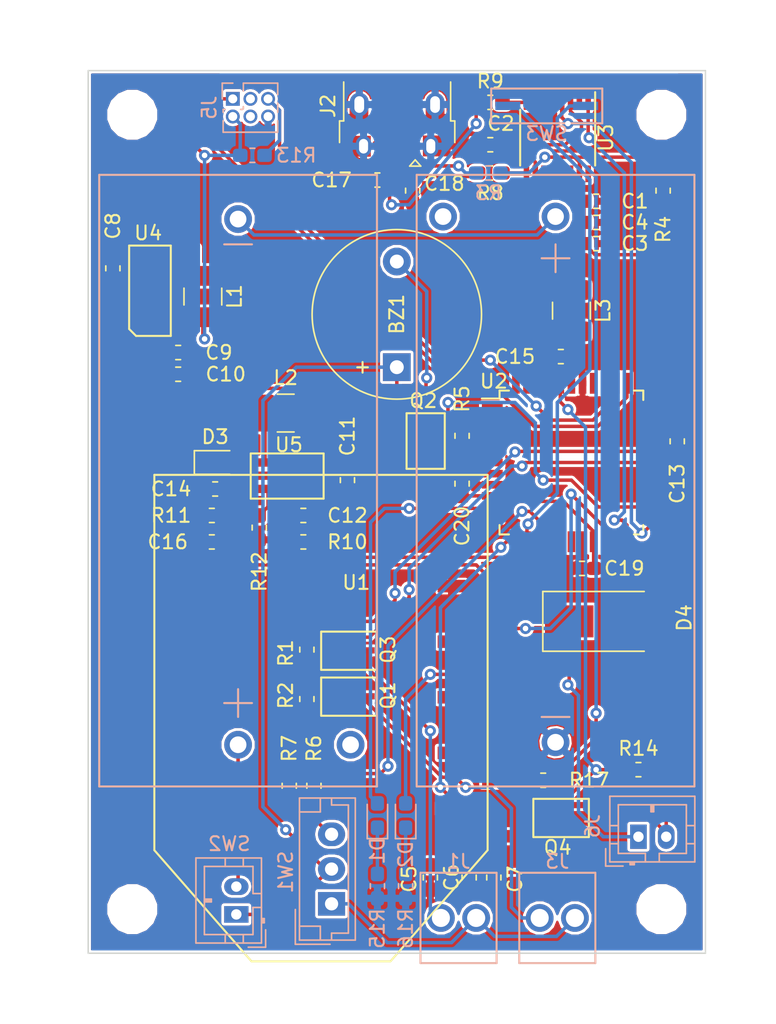
<source format=kicad_pcb>
(kicad_pcb (version 20171130) (host pcbnew "(5.0.0)")
  (layers (0 F.Cu signal) (31 B.Cu signal) (34 B.Paste user) (35 F.Paste user) (36 B.SilkS user) (37 F.SilkS user) (38 B.Mask user) (39 F.Mask user) (44 Edge.Cuts user))
  (net 0 "")
  (net 1 "Net-(U2-Pad1)")
  (net 2 "Net-(U2-Pad2)")
  (net 3 "Net-(U2-Pad3)")
  (net 4 "Net-(U2-Pad4)")
  (net 5 "Net-(U2-Pad5)")
  (net 6 "Net-(U2-Pad6)")
  (net 7 "Net-(U2-Pad7)")
  (net 8 GND)
  (net 9 "Net-(U2-Pad11)")
  (net 10 /USARTC0_RX)
  (net 11 "Net-(U2-Pad16)")
  (net 12 "Net-(U2-Pad17)")
  (net 13 "Net-(U2-Pad21)")
  (net 14 "Net-(U2-Pad25)")
  (net 15 "Net-(U2-Pad26)")
  (net 16 "Net-(U2-Pad27)")
  (net 17 "Net-(U2-Pad32)")
  (net 18 "Net-(U2-Pad33)")
  (net 19 "Net-(U2-Pad36)")
  (net 20 "Net-(U2-Pad37)")
  (net 21 "Net-(U2-Pad41)")
  (net 22 "Net-(U2-Pad42)")
  (net 23 "Net-(U2-Pad43)")
  (net 24 "Net-(U2-Pad44)")
  (net 25 /E_Match_Fire_1)
  (net 26 /E_Match_Fire_2)
  (net 27 +3V3)
  (net 28 "Net-(U1-Pad4)")
  (net 29 "Net-(U1-Pad5)")
  (net 30 "Net-(U1-Pad6)")
  (net 31 "Net-(U1-Pad7)")
  (net 32 "Net-(U1-Pad8)")
  (net 33 "Net-(U1-Pad9)")
  (net 34 "Net-(U1-Pad18)")
  (net 35 "Net-(U1-Pad11)")
  (net 36 "Net-(U1-Pad12)")
  (net 37 "Net-(U1-Pad13)")
  (net 38 "Net-(U1-Pad14)")
  (net 39 "Net-(U1-Pad15)")
  (net 40 "Net-(U1-Pad16)")
  (net 41 "Net-(U1-Pad17)")
  (net 42 "Net-(U1-Pad19)")
  (net 43 "Net-(U1-Pad20)")
  (net 44 "Net-(J1-Pad1)")
  (net 45 "Net-(BZ1-Pad2)")
  (net 46 /BUZZER_CTRL)
  (net 47 "Net-(J3-Pad2)")
  (net 48 "Net-(D3-Pad2)")
  (net 49 "Net-(C14-Pad2)")
  (net 50 "Net-(C12-Pad1)")
  (net 51 +6V)
  (net 52 "Net-(BT1-Pad2)")
  (net 53 "Net-(BT1-Pad1)")
  (net 54 "Net-(L1-Pad1)")
  (net 55 /USB_D-)
  (net 56 "Net-(R8-Pad1)")
  (net 57 "Net-(J2-Pad1)")
  (net 58 /VBUS_SENSE)
  (net 59 "Net-(R6-Pad1)")
  (net 60 /LATCH_SENSE)
  (net 61 /USB_D+)
  (net 62 "Net-(R9-Pad1)")
  (net 63 /LATCH_ENABLE)
  (net 64 +12V)
  (net 65 /PDI_CLK)
  (net 66 /USARTD0_RX)
  (net 67 "Net-(U3-Pad2)")
  (net 68 /FTDI_DECOUPLED_V)
  (net 69 /USARTD0_TX)
  (net 70 "Net-(U3-Pad6)")
  (net 71 "Net-(U3-Pad7)")
  (net 72 "Net-(U3-Pad14)")
  (net 73 "Net-(U3-Pad16)")
  (net 74 /LED1CTRL)
  (net 75 /USARTC0_TX)
  (net 76 /LED2CTRL)
  (net 77 /PDI_DATA)
  (net 78 "Net-(C15-Pad2)")
  (net 79 "Net-(J2-Pad4)")
  (net 80 "Net-(J1-Pad2)")
  (net 81 "Net-(J5-Pad3)")
  (net 82 "Net-(J5-Pad4)")
  (net 83 /SOLENOID_CTRL)
  (net 84 "Net-(D4-Pad2)")
  (net 85 "Net-(D2-Pad1)")
  (net 86 "Net-(D1-Pad1)")
  (net 87 "Net-(R17-Pad1)")
  (module "custom_components:2 pin 2.54mm screw terminal OSTVN02A150" (layer B.Cu) (at 83.82 124.46)
    (fp_text reference J1 (at 0 -4.064) (layer B.SilkS) (effects (justify mirror)))
    (fp_text value Screw_Terminal_01x02)
    (pad 2 thru_hole circle (at 1.27 0) (size 2 2) (drill 1.3) (layers *.Cu *.Mask) (net 80 "Net-(J1-Pad2)"))
    (pad 1 thru_hole circle (at -1.27 0) (size 2 2) (drill 1.3) (layers *.Cu *.Mask) (net 44 "Net-(J1-Pad1)"))
  )
  (module "custom_components:2 pin 2.54mm screw terminal OSTVN02A150" (layer B.Cu) (at 90.932 124.46 180)
    (fp_text reference J3 (at 0 4.064 180) (layer B.SilkS) (effects (justify mirror)))
    (fp_text value Screw_Terminal_01x02)
    (pad 1 thru_hole circle (at -1.27 0 180) (size 2 2) (drill 1.3) (layers *.Cu *.Mask) (net 80 "Net-(J1-Pad2)"))
    (pad 2 thru_hole circle (at 1.27 0 180) (size 2 2) (drill 1.3) (layers *.Cu *.Mask) (net 47 "Net-(J3-Pad2)"))
  )
  (module Capacitor_SMD:C_0603_1608Metric_Pad1.05x0.95mm_HandSolder (layer F.Cu) (at 84.074 93.218 90)
    (fp_text reference C20 (at -3.048 0 90) (layer F.SilkS))
    (fp_text value 100nF)
    (pad 1 smd roundrect (at -0.875 0 90) (size 1.05 0.95) (layers F.Cu F.Paste F.Mask) (net 27 +3V3))
    (pad 2 smd roundrect (at 0.875 0 90) (size 1.05 0.95) (layers F.Cu F.Paste F.Mask) (net 8 GND))
  )
  (module Capacitor_SMD:C_0603_1608Metric_Pad1.05x0.95mm_HandSolder (layer F.Cu) (at 92.71 99.314 180)
    (fp_text reference C19 (at -3.048 0 180) (layer F.SilkS))
    (fp_text value 100nF)
    (pad 1 smd roundrect (at -0.875 0 180) (size 1.05 0.95) (layers F.Cu F.Paste F.Mask) (net 27 +3V3))
    (pad 2 smd roundrect (at 0.875 0 180) (size 1.05 0.95) (layers F.Cu F.Paste F.Mask) (net 8 GND))
  )
  (module Connector_JST:JST_PH_B2B-PH-K_1x02_P2.00mm_Vertical (layer B.Cu) (at 96.774 118.618)
    (fp_text reference J6 (at -3.302 -0.762 90) (layer B.SilkS) (effects (justify mirror)))
    (fp_text value Conn_01x02_Male)
    (pad 1 thru_hole rect (at 0 0) (size 1.2 1.75) (drill 0.75) (layers *.Cu *.Mask) (net 64 +12V))
    (pad 2 thru_hole oval (at 2 0) (size 1.2 1.75) (drill 0.75) (layers *.Cu *.Mask) (net 84 "Net-(D4-Pad2)"))
  )
  (module Diode_SMD:D_SMB_Handsoldering (layer F.Cu) (at 94.488 103.124)
    (fp_text reference D4 (at 5.588 -0.254 90) (layer F.SilkS))
    (fp_text value D_Small)
    (pad 1 smd rect (at -2.7 0) (size 3.5 2.3) (layers F.Cu F.Paste F.Mask) (net 64 +12V))
    (pad 2 smd rect (at 2.7 0) (size 3.5 2.3) (layers F.Cu F.Paste F.Mask) (net 84 "Net-(D4-Pad2)"))
  )
  (module Resistor_SMD:R_0603_1608Metric_Pad1.05x0.95mm_HandSolder (layer F.Cu) (at 89.916 114.554)
    (fp_text reference R17 (at 3.302 0) (layer F.SilkS))
    (fp_text value 10k)
    (pad 1 smd roundrect (at -0.875 0) (size 1.05 0.95) (layers F.Cu F.Paste F.Mask) (net 87 "Net-(R17-Pad1)"))
    (pad 2 smd roundrect (at 0.875 0) (size 1.05 0.95) (layers F.Cu F.Paste F.Mask) (net 8 GND))
  )
  (module "custom_components:DIP Switch CHS-01TA" (layer B.Cu) (at 90.17 66.04)
    (fp_text reference SW3 (at 0 2) (layer B.SilkS) (effects (justify mirror)))
    (fp_text value SW_DIP_x01)
    (pad 1 smd rect (at -2.8 0) (size 1.8 0.6) (layers B.Cu B.Paste B.Mask) (net 75 /USARTC0_TX))
    (pad 2 smd rect (at 2.8 0) (size 1.8 0.6) (layers B.Cu B.Paste B.Mask) (net 87 "Net-(R17-Pad1)"))
  )
  (module Connector_JST:JST_PH_B2B-PH-K_1x02_P2.00mm_Vertical (layer B.Cu) (at 67.818 124.206 90)
    (fp_text reference SW2 (at 5.08 -0.508 180) (layer B.SilkS) (effects (justify mirror)))
    (fp_text value SW_SPDT)
    (pad 1 thru_hole rect (at 0 0 90) (size 1.2 1.75) (drill 0.75) (layers *.Cu *.Mask) (net 51 +6V))
    (pad 2 thru_hole oval (at 2 0 90) (size 1.2 1.75) (drill 0.75) (layers *.Cu *.Mask) (net 53 "Net-(BT1-Pad1)"))
  )
  (module custom_components:XBee_SMD (layer F.Cu) (at 73.914 100.584 180)
    (fp_text reference U1 (at -2.54 0.254 180) (layer F.SilkS))
    (fp_text value XBee)
    (pad 1 smd rect (at -12.6 -18 180) (size 2 0.9) (layers F.Cu F.Paste F.Mask) (net 27 +3V3))
    (pad 2 smd rect (at -9.4 -16 180) (size 2 0.9) (layers F.Cu F.Paste F.Mask) (net 10 /USARTC0_RX))
    (pad 3 smd rect (at -12.6 -14 180) (size 2 0.9) (layers F.Cu F.Paste F.Mask) (net 87 "Net-(R17-Pad1)"))
    (pad 4 smd rect (at -9.4 -12 180) (size 2 0.9) (layers F.Cu F.Paste F.Mask) (net 28 "Net-(U1-Pad4)"))
    (pad 5 smd rect (at -12.6 -10 180) (size 2 0.9) (layers F.Cu F.Paste F.Mask) (net 29 "Net-(U1-Pad5)"))
    (pad 6 smd rect (at -9.4 -8 180) (size 2 0.9) (layers F.Cu F.Paste F.Mask) (net 30 "Net-(U1-Pad6)"))
    (pad 7 smd rect (at -12.6 -6 180) (size 2 0.9) (layers F.Cu F.Paste F.Mask) (net 31 "Net-(U1-Pad7)"))
    (pad 8 smd rect (at -9.4 -4 180) (size 2 0.9) (layers F.Cu F.Paste F.Mask) (net 32 "Net-(U1-Pad8)"))
    (pad 9 smd rect (at -12.6 -2 180) (size 2 0.9) (layers F.Cu F.Paste F.Mask) (net 33 "Net-(U1-Pad9)"))
    (pad 10 smd rect (at -9.4 0 180) (size 2 0.9) (layers F.Cu F.Paste F.Mask) (net 8 GND))
    (pad 18 smd rect (at 12.6 -4 180) (size 2 0.9) (layers F.Cu F.Paste F.Mask) (net 34 "Net-(U1-Pad18)"))
    (pad 20 smd rect (at 12.6 0 180) (size 2 0.9) (layers F.Cu F.Paste F.Mask) (net 43 "Net-(U1-Pad20)"))
    (pad 19 smd rect (at 9.4 -2 180) (size 2 0.9) (layers F.Cu F.Paste F.Mask) (net 42 "Net-(U1-Pad19)"))
    (pad 16 smd rect (at 12.6 -8 180) (size 2 0.9) (layers F.Cu F.Paste F.Mask) (net 40 "Net-(U1-Pad16)"))
    (pad 14 smd rect (at 12.6 -12 180) (size 2 0.9) (layers F.Cu F.Paste F.Mask) (net 38 "Net-(U1-Pad14)"))
    (pad 11 smd rect (at 9.4 -18 180) (size 2 0.9) (layers F.Cu F.Paste F.Mask) (net 35 "Net-(U1-Pad11)"))
    (pad 13 smd rect (at 9.4 -14 180) (size 2 0.9) (layers F.Cu F.Paste F.Mask) (net 37 "Net-(U1-Pad13)"))
    (pad 15 smd rect (at 9.4 -10 180) (size 2 0.9) (layers F.Cu F.Paste F.Mask) (net 39 "Net-(U1-Pad15)"))
    (pad 12 smd rect (at 12.6 -16 180) (size 2 0.9) (layers F.Cu F.Paste F.Mask) (net 36 "Net-(U1-Pad12)"))
    (pad 17 smd rect (at 9.4 -6 180) (size 2 0.9) (layers F.Cu F.Paste F.Mask) (net 41 "Net-(U1-Pad17)"))
  )
  (module MountingHole:MountingHole_3.2mm_M3 (layer F.Cu) (at 98.425 66.675)
    (fp_text reference MH1 hide)
    (fp_text value MountingHole)
    (pad 1 np_thru_hole circle (at 0 0) (size 3.2 3.2) (drill 3.2) (layers *.Cu *.Mask))
  )
  (module MountingHole:MountingHole_3.2mm_M3 (layer F.Cu) (at 60.325 66.675)
    (fp_text reference MH2 hide)
    (fp_text value MountingHole)
    (pad 1 np_thru_hole circle (at 0 0) (size 3.2 3.2) (drill 3.2) (layers *.Cu *.Mask))
  )
  (module MountingHole:MountingHole_3.2mm_M3 (layer F.Cu) (at 60.325 123.825)
    (fp_text reference MH4 hide)
    (fp_text value MountingHole)
    (pad 1 np_thru_hole circle (at 0 0) (size 3.2 3.2) (drill 3.2) (layers *.Cu *.Mask))
  )
  (module MountingHole:MountingHole_3.2mm_M3 (layer F.Cu) (at 98.425 123.825)
    (fp_text reference MH3 hide)
    (fp_text value MountingHole)
    (pad 1 np_thru_hole circle (at 0 0) (size 3.2 3.2) (drill 3.2) (layers *.Cu *.Mask))
  )
  (module Capacitor_SMD:C_0603_1608Metric_Pad1.05x0.95mm_HandSolder (layer F.Cu) (at 77.978 71.374)
    (fp_text reference C17 (at -3.302 0 180) (layer F.SilkS))
    (fp_text value 47pF)
    (pad 2 smd roundrect (at 0.875 0) (size 1.05 0.95) (layers F.Cu F.Paste F.Mask) (net 61 /USB_D+))
    (pad 1 smd roundrect (at -0.875 0) (size 1.05 0.95) (layers F.Cu F.Paste F.Mask) (net 8 GND))
  )
  (module Capacitor_SMD:C_0603_1608Metric_Pad1.05x0.95mm_HandSolder (layer F.Cu) (at 80.518 72.136 270)
    (fp_text reference C18 (at -0.508 -2.286 180) (layer F.SilkS))
    (fp_text value 47pF)
    (pad 1 smd roundrect (at -0.875 0 270) (size 1.05 0.95) (layers F.Cu F.Paste F.Mask) (net 55 /USB_D-))
    (pad 2 smd roundrect (at 0.875 0 270) (size 1.05 0.95) (layers F.Cu F.Paste F.Mask) (net 8 GND))
  )
  (module Resistor_SMD:R_0603_1608Metric_Pad1.05x0.95mm_HandSolder (layer F.Cu) (at 96.774 113.792 180)
    (fp_text reference R14 (at 0 1.524 180) (layer F.SilkS))
    (fp_text value 10k)
    (pad 1 smd roundrect (at -0.875 0 180) (size 1.05 0.95) (layers F.Cu F.Paste F.Mask) (net 8 GND))
    (pad 2 smd roundrect (at 0.875 0 180) (size 1.05 0.95) (layers F.Cu F.Paste F.Mask) (net 83 /SOLENOID_CTRL))
  )
  (module Resistor_SMD:R_0603_1608Metric_Pad1.05x0.95mm_HandSolder (layer B.Cu) (at 77.978 122.174 90)
    (fp_text reference R15 (at -3.048 0 270) (layer B.SilkS) (effects (justify mirror)))
    (fp_text value 220)
    (pad 2 smd roundrect (at 0.875 0 90) (size 1.05 0.95) (layers B.Cu B.Paste B.Mask) (net 86 "Net-(D1-Pad1)"))
    (pad 1 smd roundrect (at -0.875 0 90) (size 1.05 0.95) (layers B.Cu B.Paste B.Mask) (net 8 GND))
  )
  (module Resistor_SMD:R_0603_1608Metric_Pad1.05x0.95mm_HandSolder (layer B.Cu) (at 80.01 122.174 90)
    (fp_text reference R16 (at -3.048 0 90) (layer B.SilkS) (effects (justify mirror)))
    (fp_text value 220)
    (pad 1 smd roundrect (at -0.875 0 90) (size 1.05 0.95) (layers B.Cu B.Paste B.Mask) (net 8 GND))
    (pad 2 smd roundrect (at 0.875 0 90) (size 1.05 0.95) (layers B.Cu B.Paste B.Mask) (net 85 "Net-(D2-Pad1)"))
  )
  (module "custom_components:NFET Toshiba SSM3K339R" (layer F.Cu) (at 92.456 120.142 180)
    (fp_text reference Q4 (at 1.5 0.75 180) (layer F.SilkS))
    (fp_text value Q_NJFET_GSD)
    (pad 1 smd rect (at 0 1.9 180) (size 1 0.45) (layers F.Cu F.Paste F.Mask) (net 83 /SOLENOID_CTRL))
    (pad 2 smd rect (at 0 3.8 180) (size 1 0.45) (layers F.Cu F.Paste F.Mask) (net 84 "Net-(D4-Pad2)"))
    (pad 3 smd rect (at 2.6 2.85 180) (size 1 0.45) (layers F.Cu F.Paste F.Mask) (net 8 GND))
  )
  (module Connector_PinHeader_1.27mm:PinHeader_2x03_P1.27mm_Vertical (layer B.Cu) (at 67.564 65.532 270)
    (fp_text reference J5 (at 0.635 1.695 270) (layer B.SilkS) (effects (justify mirror)))
    (fp_text value Conn_02x03_Odd_Even)
    (pad 1 thru_hole rect (at 0 0 270) (size 1 1) (drill 0.65) (layers *.Cu *.Mask) (net 77 /PDI_DATA))
    (pad 2 thru_hole oval (at 1.27 0 270) (size 1 1) (drill 0.65) (layers *.Cu *.Mask) (net 27 +3V3))
    (pad 3 thru_hole oval (at 0 -1.27 270) (size 1 1) (drill 0.65) (layers *.Cu *.Mask) (net 81 "Net-(J5-Pad3)"))
    (pad 4 thru_hole oval (at 1.27 -1.27 270) (size 1 1) (drill 0.65) (layers *.Cu *.Mask) (net 82 "Net-(J5-Pad4)"))
    (pad 5 thru_hole oval (at 0 -2.54 270) (size 1 1) (drill 0.65) (layers *.Cu *.Mask) (net 65 /PDI_CLK))
    (pad 6 thru_hole oval (at 1.27 -2.54 270) (size 1 1) (drill 0.65) (layers *.Cu *.Mask) (net 8 GND))
  )
  (module Buzzer_Beeper:Buzzer_12x9.5RM7.6 (layer F.Cu) (at 79.375 84.836 90)
    (fp_text reference BZ1 (at 3.81 0 -90) (layer F.SilkS))
    (fp_text value Buzzer)
    (fp_text user + (at -0.01 -2.54 90) (layer F.SilkS))
    (pad 1 thru_hole rect (at 0 0 90) (size 2 2) (drill 1) (layers *.Cu *.Mask) (net 51 +6V))
    (pad 2 thru_hole circle (at 7.6 0 90) (size 2 2) (drill 1) (layers *.Cu *.Mask) (net 45 "Net-(BZ1-Pad2)"))
  )
  (module Capacitor_SMD:C_0603_1608Metric_Pad1.05x0.95mm_HandSolder (layer F.Cu) (at 63.630933 85.344)
    (fp_text reference C10 (at 3.425067 0) (layer F.SilkS))
    (fp_text value 10uF)
    (pad 2 smd roundrect (at 0.875 0) (size 1.05 0.95) (layers F.Cu F.Paste F.Mask) (net 8 GND))
    (pad 1 smd roundrect (at -0.875 0) (size 1.05 0.95) (layers F.Cu F.Paste F.Mask) (net 27 +3V3))
  )
  (module Capacitor_SMD:C_0603_1608Metric_Pad1.05x0.95mm_HandSolder (layer F.Cu) (at 93.726 74.422)
    (fp_text reference C4 (at 2.794 0) (layer F.SilkS))
    (fp_text value 4.7uF)
    (pad 1 smd roundrect (at -0.875 0) (size 1.05 0.95) (layers F.Cu F.Paste F.Mask) (net 27 +3V3))
    (pad 2 smd roundrect (at 0.875 0) (size 1.05 0.95) (layers F.Cu F.Paste F.Mask) (net 8 GND))
  )
  (module Capacitor_SMD:C_0603_1608Metric_Pad1.05x0.95mm_HandSolder (layer F.Cu) (at 93.726 75.946)
    (fp_text reference C3 (at 2.794 0) (layer F.SilkS))
    (fp_text value 100nF)
    (pad 2 smd roundrect (at 0.875 0) (size 1.05 0.95) (layers F.Cu F.Paste F.Mask) (net 8 GND))
    (pad 1 smd roundrect (at -0.875 0) (size 1.05 0.95) (layers F.Cu F.Paste F.Mask) (net 27 +3V3))
  )
  (module Capacitor_SMD:C_0603_1608Metric_Pad1.05x0.95mm_HandSolder (layer F.Cu) (at 86.106 68.834)
    (fp_text reference C2 (at 0.762 -1.524) (layer F.SilkS))
    (fp_text value 100nF)
    (pad 1 smd roundrect (at -0.875 0) (size 1.05 0.95) (layers F.Cu F.Paste F.Mask) (net 8 GND))
    (pad 2 smd roundrect (at 0.875 0) (size 1.05 0.95) (layers F.Cu F.Paste F.Mask) (net 68 /FTDI_DECOUPLED_V))
  )
  (module Capacitor_SMD:C_0603_1608Metric_Pad1.05x0.95mm_HandSolder (layer F.Cu) (at 93.726 72.898)
    (fp_text reference C1 (at 2.794 0) (layer F.SilkS))
    (fp_text value 100nF)
    (pad 2 smd roundrect (at 0.875 0) (size 1.05 0.95) (layers F.Cu F.Paste F.Mask) (net 8 GND))
    (pad 1 smd roundrect (at -0.875 0) (size 1.05 0.95) (layers F.Cu F.Paste F.Mask) (net 27 +3V3))
  )
  (module Capacitor_SMD:C_0603_1608Metric_Pad1.05x0.95mm_HandSolder (layer F.Cu) (at 91.186 84.074)
    (fp_text reference C15 (at -3.302 0) (layer F.SilkS))
    (fp_text value 100nF)
    (pad 1 smd roundrect (at -0.875 0) (size 1.05 0.95) (layers F.Cu F.Paste F.Mask) (net 8 GND))
    (pad 2 smd roundrect (at 0.875 0) (size 1.05 0.95) (layers F.Cu F.Paste F.Mask) (net 78 "Net-(C15-Pad2)"))
  )
  (module Capacitor_SMD:C_0603_1608Metric_Pad1.05x0.95mm_HandSolder (layer F.Cu) (at 66.294 93.599)
    (fp_text reference C14 (at -3.175 0) (layer F.SilkS))
    (fp_text value 15pF)
    (pad 2 smd roundrect (at 0.875 0) (size 1.05 0.95) (layers F.Cu F.Paste F.Mask) (net 49 "Net-(C14-Pad2)"))
    (pad 1 smd roundrect (at -0.875 0) (size 1.05 0.95) (layers F.Cu F.Paste F.Mask) (net 64 +12V))
  )
  (module Capacitor_SMD:C_0603_1608Metric_Pad1.05x0.95mm_HandSolder (layer F.Cu) (at 99.568 90.17 270)
    (fp_text reference C13 (at 3.048 0 270) (layer F.SilkS))
    (fp_text value 100nF)
    (pad 1 smd roundrect (at -0.875 0 270) (size 1.05 0.95) (layers F.Cu F.Paste F.Mask) (net 27 +3V3))
    (pad 2 smd roundrect (at 0.875 0 270) (size 1.05 0.95) (layers F.Cu F.Paste F.Mask) (net 8 GND))
  )
  (module Capacitor_SMD:C_0603_1608Metric_Pad1.05x0.95mm_HandSolder (layer F.Cu) (at 72.644 95.504 180)
    (fp_text reference C12 (at -3.175 0 180) (layer F.SilkS))
    (fp_text value C_Small)
    (pad 2 smd roundrect (at 0.875 0 180) (size 1.05 0.95) (layers F.Cu F.Paste F.Mask) (net 8 GND))
    (pad 1 smd roundrect (at -0.875 0 180) (size 1.05 0.95) (layers F.Cu F.Paste F.Mask) (net 50 "Net-(C12-Pad1)"))
  )
  (module Capacitor_SMD:C_0603_1608Metric_Pad1.05x0.95mm_HandSolder (layer F.Cu) (at 75.819 92.964 90)
    (fp_text reference C11 (at 3.175 0 90) (layer F.SilkS))
    (fp_text value 1uF)
    (pad 1 smd roundrect (at -0.875 0 90) (size 1.05 0.95) (layers F.Cu F.Paste F.Mask) (net 8 GND))
    (pad 2 smd roundrect (at 0.875 0 90) (size 1.05 0.95) (layers F.Cu F.Paste F.Mask) (net 51 +6V))
  )
  (module Capacitor_SMD:C_0603_1608Metric_Pad1.05x0.95mm_HandSolder (layer F.Cu) (at 63.630933 83.782657)
    (fp_text reference C9 (at 2.935 0) (layer F.SilkS))
    (fp_text value 22uF)
    (pad 2 smd roundrect (at 0.875 0) (size 1.05 0.95) (layers F.Cu F.Paste F.Mask) (net 8 GND))
    (pad 1 smd roundrect (at -0.875 0) (size 1.05 0.95) (layers F.Cu F.Paste F.Mask) (net 27 +3V3))
  )
  (module Capacitor_SMD:C_0603_1608Metric_Pad1.05x0.95mm_HandSolder (layer F.Cu) (at 58.928 77.724 90)
    (fp_text reference C8 (at 3.048 0 90) (layer F.SilkS))
    (fp_text value 10uF)
    (pad 1 smd roundrect (at -0.875 0 90) (size 1.05 0.95) (layers F.Cu F.Paste F.Mask) (net 51 +6V))
    (pad 2 smd roundrect (at 0.875 0 90) (size 1.05 0.95) (layers F.Cu F.Paste F.Mask) (net 8 GND))
  )
  (module Capacitor_SMD:C_0603_1608Metric_Pad1.05x0.95mm_HandSolder (layer F.Cu) (at 86.36 121.553 90)
    (fp_text reference C7 (at -0.113 1.524 90) (layer F.SilkS))
    (fp_text value 47pF)
    (pad 2 smd roundrect (at 0.875 0 90) (size 1.05 0.95) (layers F.Cu F.Paste F.Mask) (net 27 +3V3))
    (pad 1 smd roundrect (at -0.875 0 90) (size 1.05 0.95) (layers F.Cu F.Paste F.Mask) (net 8 GND))
  )
  (module Capacitor_SMD:C_0603_1608Metric_Pad1.05x0.95mm_HandSolder (layer F.Cu) (at 84.582 121.553 90)
    (fp_text reference C6 (at 0 -1.27 270) (layer F.SilkS))
    (fp_text value 1uF)
    (pad 1 smd roundrect (at -0.875 0 90) (size 1.05 0.95) (layers F.Cu F.Paste F.Mask) (net 8 GND))
    (pad 2 smd roundrect (at 0.875 0 90) (size 1.05 0.95) (layers F.Cu F.Paste F.Mask) (net 27 +3V3))
  )
  (module Capacitor_SMD:C_0603_1608Metric_Pad1.05x0.95mm_HandSolder (layer F.Cu) (at 81.788 121.553 90)
    (fp_text reference C5 (at -0.113 -1.524 90) (layer F.SilkS))
    (fp_text value 10uF)
    (pad 2 smd roundrect (at 0.875 0 90) (size 1.05 0.95) (layers F.Cu F.Paste F.Mask) (net 27 +3V3))
    (pad 1 smd roundrect (at -0.875 0 90) (size 1.05 0.95) (layers F.Cu F.Paste F.Mask) (net 8 GND))
  )
  (module Capacitor_SMD:C_0603_1608Metric_Pad1.05x0.95mm_HandSolder (layer F.Cu) (at 66.054 97.409)
    (fp_text reference C16 (at -3.175 0) (layer F.SilkS))
    (fp_text value 4.7uF)
    (pad 1 smd roundrect (at -0.875 0) (size 1.05 0.95) (layers F.Cu F.Paste F.Mask) (net 64 +12V))
    (pad 2 smd roundrect (at 0.875 0) (size 1.05 0.95) (layers F.Cu F.Paste F.Mask) (net 8 GND))
  )
  (module Connector_JST:JST_EH_B03B-EH-A_1x03_P2.50mm_Vertical (layer B.Cu) (at 74.676 123.444 90)
    (fp_text reference SW1 (at 2.286 -3.302 270) (layer B.SilkS) (effects (justify mirror)))
    (fp_text value SW_SPDT)
    (pad 1 thru_hole rect (at 0 0 90) (size 1.7 1.95) (drill 0.95) (layers *.Cu *.Mask) (net 80 "Net-(J1-Pad2)"))
    (pad 2 thru_hole oval (at 2.5 0 90) (size 1.7 1.95) (drill 0.95) (layers *.Cu *.Mask) (net 51 +6V))
    (pad 3 thru_hole oval (at 5 0 90) (size 1.7 1.95) (drill 0.95) (layers *.Cu *.Mask) (net 59 "Net-(R6-Pad1)"))
  )
  (module Connector_USB:USB_Micro-B_Amphenol_10103594-0001LF_Horizontal (layer F.Cu) (at 79.375 67.056 180)
    (fp_text reference J2 (at 4.953 1.016 270) (layer F.SilkS))
    (fp_text value USB_B_Micro)
    (pad 6 smd rect (at 2.725 0.185 180) (size 1.35 2) (layers F.Cu F.Paste F.Mask) (net 8 GND))
    (pad 6 smd rect (at -2.755 0.185 180) (size 1.35 2) (layers F.Cu F.Paste F.Mask) (net 8 GND))
    (pad 6 smd rect (at -2.975 -0.565 180) (size 1.825 0.7) (layers F.Cu F.Paste F.Mask) (net 8 GND))
    (pad 6 smd rect (at 2.975 -0.565 180) (size 1.825 0.7) (layers F.Cu F.Paste F.Mask) (net 8 GND))
    (pad 6 smd rect (at -2.875 -1.865 180) (size 2 1.5) (layers F.Cu F.Paste F.Mask) (net 8 GND))
    (pad 6 smd rect (at 2.875 -1.885 180) (size 2 1.5) (layers F.Cu F.Paste F.Mask) (net 8 GND))
    (pad 1 smd rect (at -1.325 -1.765 270) (size 1.65 0.4) (layers F.Cu F.Paste F.Mask) (net 57 "Net-(J2-Pad1)"))
    (pad 2 smd rect (at -0.675 -1.765 270) (size 1.65 0.4) (layers F.Cu F.Paste F.Mask) (net 55 /USB_D-))
    (pad 3 smd rect (at -0.025 -1.765 270) (size 1.65 0.4) (layers F.Cu F.Paste F.Mask) (net 61 /USB_D+))
    (pad 4 smd rect (at 0.625 -1.765 270) (size 1.65 0.4) (layers F.Cu F.Paste F.Mask) (net 79 "Net-(J2-Pad4)"))
    (pad 5 smd rect (at 1.275 -1.765 270) (size 1.65 0.4) (layers F.Cu F.Paste F.Mask) (net 8 GND))
    (pad 6 thru_hole oval (at -2.445 -1.885 270) (size 1.5 1.1) (drill oval 1.05 0.65) (layers *.Cu *.Mask) (net 8 GND))
    (pad 6 thru_hole oval (at 2.395 -1.885 270) (size 1.5 1.1) (drill oval 1.05 0.65) (layers *.Cu *.Mask) (net 8 GND))
    (pad 6 thru_hole oval (at -2.755 1.115 270) (size 1.7 1.35) (drill oval 1.2 0.7) (layers *.Cu *.Mask) (net 8 GND))
    (pad 6 thru_hole oval (at 2.705 1.115 270) (size 1.7 1.35) (drill oval 1.2 0.7) (layers *.Cu *.Mask) (net 8 GND))
    (pad 6 smd rect (at -0.985 1.385 270) (size 2.5 1.43) (layers F.Cu F.Paste F.Mask) (net 8 GND))
    (pad 6 smd rect (at 0.935 1.385 270) (size 2.5 1.43) (layers F.Cu F.Paste F.Mask) (net 8 GND))
  )
  (module Diode_SMD:D_SOD-323 (layer F.Cu) (at 66.294 91.694)
    (fp_text reference D3 (at 0 -1.85) (layer F.SilkS))
    (fp_text value D)
    (pad 1 smd rect (at -1.05 0) (size 0.6 0.45) (layers F.Cu F.Paste F.Mask) (net 64 +12V))
    (pad 2 smd rect (at 1.05 0) (size 0.6 0.45) (layers F.Cu F.Paste F.Mask) (net 48 "Net-(D3-Pad2)"))
  )
  (module Inductor_SMD:L_1210_3225Metric_Pad1.42x2.65mm_HandSolder (layer F.Cu) (at 65.408933 79.755157 270)
    (fp_text reference L1 (at 0 -2.28 270) (layer F.SilkS))
    (fp_text value 10uH)
    (pad 1 smd roundrect (at -1.4875 0 270) (size 1.425 2.65) (layers F.Cu F.Paste F.Mask) (roundrect_rratio 0.175439) (net 54 "Net-(L1-Pad1)"))
    (pad 2 smd roundrect (at 1.4875 0 270) (size 1.425 2.65) (layers F.Cu F.Paste F.Mask) (roundrect_rratio 0.175439) (net 27 +3V3))
  )
  (module Inductor_SMD:L_1210_3225Metric_Pad1.42x2.65mm_HandSolder (layer F.Cu) (at 71.374 88.138 180)
    (fp_text reference L2 (at 0 2.54 180) (layer F.SilkS))
    (fp_text value 4.7uH)
    (pad 2 smd roundrect (at 1.4875 0 180) (size 1.425 2.65) (layers F.Cu F.Paste F.Mask) (roundrect_rratio 0.175439) (net 48 "Net-(D3-Pad2)"))
    (pad 1 smd roundrect (at -1.4875 0 180) (size 1.425 2.65) (layers F.Cu F.Paste F.Mask) (roundrect_rratio 0.175439) (net 51 +6V))
  )
  (module Inductor_SMD:L_1210_3225Metric_Pad1.42x2.65mm_HandSolder (layer F.Cu) (at 91.948 80.772 270)
    (fp_text reference L3 (at 0 -2.28 270) (layer F.SilkS))
    (fp_text value 27nH)
    (pad 1 smd roundrect (at -1.4875 0 270) (size 1.425 2.65) (layers F.Cu F.Paste F.Mask) (roundrect_rratio 0.175439) (net 27 +3V3))
    (pad 2 smd roundrect (at 1.4875 0 270) (size 1.425 2.65) (layers F.Cu F.Paste F.Mask) (roundrect_rratio 0.175439) (net 78 "Net-(C15-Pad2)"))
  )
  (module LED_SMD:LED_0603_1608Metric_Pad1.05x0.95mm_HandSolder (layer B.Cu) (at 80.01 117.094 90)
    (fp_text reference D2 (at -2.794 0 90) (layer B.SilkS) (effects (justify mirror)))
    (fp_text value LED)
    (pad 2 smd roundrect (at 0.875 0 90) (size 1.05 0.95) (layers B.Cu B.Paste B.Mask) (net 76 /LED2CTRL))
    (pad 1 smd roundrect (at -0.875 0 90) (size 1.05 0.95) (layers B.Cu B.Paste B.Mask) (net 85 "Net-(D2-Pad1)"))
  )
  (module LED_SMD:LED_0603_1608Metric_Pad1.05x0.95mm_HandSolder (layer B.Cu) (at 77.978 117.094 90)
    (fp_text reference D1 (at -2.54 0 90) (layer B.SilkS) (effects (justify mirror)))
    (fp_text value LED)
    (pad 1 smd roundrect (at -0.875 0 90) (size 1.05 0.95) (layers B.Cu B.Paste B.Mask) (net 86 "Net-(D1-Pad1)"))
    (pad 2 smd roundrect (at 0.875 0 90) (size 1.05 0.95) (layers B.Cu B.Paste B.Mask) (net 74 /LED1CTRL))
  )
  (module Package_SO:SSOP-16_3.9x4.9mm_P0.635mm (layer F.Cu) (at 90.932 68.326 270)
    (fp_text reference U3 (at 0 -3.5 270) (layer F.SilkS))
    (fp_text value FT230XS)
    (pad 1 smd rect (at -2.6 -2.2225 270) (size 1.2 0.4) (layers F.Cu F.Paste F.Mask) (net 66 /USARTD0_RX))
    (pad 2 smd rect (at -2.6 -1.5875 270) (size 1.2 0.4) (layers F.Cu F.Paste F.Mask) (net 67 "Net-(U3-Pad2)"))
    (pad 3 smd rect (at -2.6 -0.9525 270) (size 1.2 0.4) (layers F.Cu F.Paste F.Mask) (net 68 /FTDI_DECOUPLED_V))
    (pad 4 smd rect (at -2.6 -0.3175 270) (size 1.2 0.4) (layers F.Cu F.Paste F.Mask) (net 69 /USARTD0_TX))
    (pad 5 smd rect (at -2.6 0.3175 270) (size 1.2 0.4) (layers F.Cu F.Paste F.Mask) (net 8 GND))
    (pad 6 smd rect (at -2.6 0.9525 270) (size 1.2 0.4) (layers F.Cu F.Paste F.Mask) (net 70 "Net-(U3-Pad6)"))
    (pad 7 smd rect (at -2.6 1.5875 270) (size 1.2 0.4) (layers F.Cu F.Paste F.Mask) (net 71 "Net-(U3-Pad7)"))
    (pad 8 smd rect (at -2.6 2.2225 270) (size 1.2 0.4) (layers F.Cu F.Paste F.Mask) (net 62 "Net-(R9-Pad1)"))
    (pad 9 smd rect (at 2.6 2.2225 270) (size 1.2 0.4) (layers F.Cu F.Paste F.Mask) (net 56 "Net-(R8-Pad1)"))
    (pad 10 smd rect (at 2.6 1.5875 270) (size 1.2 0.4) (layers F.Cu F.Paste F.Mask) (net 68 /FTDI_DECOUPLED_V))
    (pad 11 smd rect (at 2.6 0.9525 270) (size 1.2 0.4) (layers F.Cu F.Paste F.Mask) (net 68 /FTDI_DECOUPLED_V))
    (pad 12 smd rect (at 2.6 0.3175 270) (size 1.2 0.4) (layers F.Cu F.Paste F.Mask) (net 27 +3V3))
    (pad 13 smd rect (at 2.6 -0.3175 270) (size 1.2 0.4) (layers F.Cu F.Paste F.Mask) (net 8 GND))
    (pad 14 smd rect (at 2.6 -0.9525 270) (size 1.2 0.4) (layers F.Cu F.Paste F.Mask) (net 72 "Net-(U3-Pad14)"))
    (pad 15 smd rect (at 2.6 -1.5875 270) (size 1.2 0.4) (layers F.Cu F.Paste F.Mask) (net 58 /VBUS_SENSE))
    (pad 16 smd rect (at 2.6 -2.2225 270) (size 1.2 0.4) (layers F.Cu F.Paste F.Mask) (net 73 "Net-(U3-Pad16)"))
  )
  (module Resistor_SMD:R_0603_1608Metric_Pad1.05x0.95mm_HandSolder (layer F.Cu) (at 71.628 114.95 90)
    (fp_text reference R7 (at 2.682 0 90) (layer F.SilkS))
    (fp_text value 10k)
    (pad 1 smd roundrect (at -0.875 0 90) (size 1.05 0.95) (layers F.Cu F.Paste F.Mask) (net 8 GND))
    (pad 2 smd roundrect (at 0.875 0 90) (size 1.05 0.95) (layers F.Cu F.Paste F.Mask) (net 60 /LATCH_SENSE))
  )
  (module Resistor_SMD:R_0603_1608Metric_Pad1.05x0.95mm_HandSolder (layer B.Cu) (at 68.975 69.596 180)
    (fp_text reference R13 (at -3.161 0 180) (layer B.SilkS) (effects (justify mirror)))
    (fp_text value 10k)
    (pad 2 smd roundrect (at 0.875 0 180) (size 1.05 0.95) (layers B.Cu B.Paste B.Mask) (net 27 +3V3))
    (pad 1 smd roundrect (at -0.875 0 180) (size 1.05 0.95) (layers B.Cu B.Paste B.Mask) (net 65 /PDI_CLK))
  )
  (module Resistor_SMD:R_0603_1608Metric_Pad1.05x0.95mm_HandSolder (layer F.Cu) (at 69.469 96.379 270)
    (fp_text reference R12 (at 3.175 0 270) (layer F.SilkS))
    (fp_text value 49.9k)
    (pad 1 smd roundrect (at -0.875 0 270) (size 1.05 0.95) (layers F.Cu F.Paste F.Mask) (net 49 "Net-(C14-Pad2)"))
    (pad 2 smd roundrect (at 0.875 0 270) (size 1.05 0.95) (layers F.Cu F.Paste F.Mask) (net 8 GND))
  )
  (module Resistor_SMD:R_0603_1608Metric_Pad1.05x0.95mm_HandSolder (layer F.Cu) (at 66.054 95.504)
    (fp_text reference R11 (at -2.935 0) (layer F.SilkS))
    (fp_text value 432k)
    (pad 2 smd roundrect (at 0.875 0) (size 1.05 0.95) (layers F.Cu F.Paste F.Mask) (net 49 "Net-(C14-Pad2)"))
    (pad 1 smd roundrect (at -0.875 0) (size 1.05 0.95) (layers F.Cu F.Paste F.Mask) (net 64 +12V))
  )
  (module Resistor_SMD:R_0603_1608Metric_Pad1.05x0.95mm_HandSolder (layer F.Cu) (at 72.644 97.409 180)
    (fp_text reference R10 (at -3.175 0 180) (layer F.SilkS))
    (fp_text value R_Small)
    (pad 1 smd roundrect (at -0.875 0 180) (size 1.05 0.95) (layers F.Cu F.Paste F.Mask) (net 50 "Net-(C12-Pad1)"))
    (pad 2 smd roundrect (at 0.875 0 180) (size 1.05 0.95) (layers F.Cu F.Paste F.Mask) (net 63 /LATCH_ENABLE))
  )
  (module Resistor_SMD:R_0603_1608Metric_Pad1.05x0.95mm_HandSolder (layer F.Cu) (at 86.106 65.786 180)
    (fp_text reference R9 (at 0 1.524 180) (layer F.SilkS))
    (fp_text value 27)
    (pad 2 smd roundrect (at 0.875 0 180) (size 1.05 0.95) (layers F.Cu F.Paste F.Mask) (net 61 /USB_D+))
    (pad 1 smd roundrect (at -0.875 0 180) (size 1.05 0.95) (layers F.Cu F.Paste F.Mask) (net 62 "Net-(R9-Pad1)"))
  )
  (module Resistor_SMD:R_0603_1608Metric_Pad1.05x0.95mm_HandSolder (layer F.Cu) (at 73.406 114.95 90)
    (fp_text reference R6 (at 2.682 0 270) (layer F.SilkS))
    (fp_text value 10k)
    (pad 1 smd roundrect (at -0.875 0 90) (size 1.05 0.95) (layers F.Cu F.Paste F.Mask) (net 59 "Net-(R6-Pad1)"))
    (pad 2 smd roundrect (at 0.875 0 90) (size 1.05 0.95) (layers F.Cu F.Paste F.Mask) (net 60 /LATCH_SENSE))
  )
  (module Resistor_SMD:R_0603_1608Metric_Pad1.05x0.95mm_HandSolder (layer F.Cu) (at 98.552 72.136 270)
    (fp_text reference R4 (at 2.794 0 270) (layer F.SilkS))
    (fp_text value 10k)
    (pad 2 smd roundrect (at 0.875 0 270) (size 1.05 0.95) (layers F.Cu F.Paste F.Mask) (net 8 GND))
    (pad 1 smd roundrect (at -0.875 0 270) (size 1.05 0.95) (layers F.Cu F.Paste F.Mask) (net 58 /VBUS_SENSE))
  )
  (module Resistor_SMD:R_0603_1608Metric_Pad1.05x0.95mm_HandSolder (layer B.Cu) (at 85.965 70.866)
    (fp_text reference R3 (at 0 1.43) (layer B.SilkS) (effects (justify mirror)))
    (fp_text value 47k)
    (pad 1 smd roundrect (at -0.875 0) (size 1.05 0.95) (layers B.Cu B.Paste B.Mask) (net 57 "Net-(J2-Pad1)"))
    (pad 2 smd roundrect (at 0.875 0) (size 1.05 0.95) (layers B.Cu B.Paste B.Mask) (net 58 /VBUS_SENSE))
  )
  (module Resistor_SMD:R_0603_1608Metric_Pad1.05x0.95mm_HandSolder (layer F.Cu) (at 72.898 108.712 270)
    (fp_text reference R2 (at -0.254 1.524 270) (layer F.SilkS))
    (fp_text value 10k)
    (pad 2 smd roundrect (at 0.875 0 270) (size 1.05 0.95) (layers F.Cu F.Paste F.Mask) (net 8 GND))
    (pad 1 smd roundrect (at -0.875 0 270) (size 1.05 0.95) (layers F.Cu F.Paste F.Mask) (net 26 /E_Match_Fire_2))
  )
  (module Resistor_SMD:R_0603_1608Metric_Pad1.05x0.95mm_HandSolder (layer F.Cu) (at 72.898 105.156 90)
    (fp_text reference R1 (at -0.254 -1.524 90) (layer F.SilkS))
    (fp_text value 10k)
    (pad 1 smd roundrect (at -0.875 0 90) (size 1.05 0.95) (layers F.Cu F.Paste F.Mask) (net 8 GND))
    (pad 2 smd roundrect (at 0.875 0 90) (size 1.05 0.95) (layers F.Cu F.Paste F.Mask) (net 25 /E_Match_Fire_1))
  )
  (module Resistor_SMD:R_0603_1608Metric_Pad1.05x0.95mm_HandSolder (layer F.Cu) (at 86.106 70.866 180)
    (fp_text reference R8 (at 0 -1.43 180) (layer F.SilkS))
    (fp_text value 27)
    (pad 2 smd roundrect (at 0.875 0 180) (size 1.05 0.95) (layers F.Cu F.Paste F.Mask) (net 55 /USB_D-))
    (pad 1 smd roundrect (at -0.875 0 180) (size 1.05 0.95) (layers F.Cu F.Paste F.Mask) (net 56 "Net-(R8-Pad1)"))
  )
  (module Resistor_SMD:R_0603_1608Metric_Pad1.05x0.95mm_HandSolder (layer F.Cu) (at 84.074 89.775 270)
    (fp_text reference R5 (at -2.653 0 270) (layer F.SilkS))
    (fp_text value 10k)
    (pad 1 smd roundrect (at -0.875 0 270) (size 1.05 0.95) (layers F.Cu F.Paste F.Mask) (net 46 /BUZZER_CTRL))
    (pad 2 smd roundrect (at 0.875 0 270) (size 1.05 0.95) (layers F.Cu F.Paste F.Mask) (net 8 GND))
  )
  (module "custom_components:10-pin FP TPS62056DGSR" (layer F.Cu) (at 61.598933 79.337657 90)
    (fp_text reference U4 (at 4.153657 -0.130933 180) (layer F.SilkS))
    (fp_text value IC_REG_BCK_3.3V)
    (pad 1 smd rect (at -2.2 -1 90) (size 1.45 0.27) (layers F.Cu F.Paste F.Mask) (net 51 +6V))
    (pad 2 smd rect (at -2.2 -0.5 90) (size 1.45 0.27) (layers F.Cu F.Paste F.Mask) (net 8 GND))
    (pad 3 smd rect (at -2.2 0 90) (size 1.45 0.27) (layers F.Cu F.Paste F.Mask) (net 8 GND))
    (pad 4 smd rect (at -2.2 0.5 90) (size 1.45 0.27) (layers F.Cu F.Paste F.Mask) (net 8 GND))
    (pad 5 smd rect (at -2.2 1 90) (size 1.45 0.27) (layers F.Cu F.Paste F.Mask) (net 27 +3V3))
    (pad 6 smd rect (at 2.2 1 90) (size 1.45 0.27) (layers F.Cu F.Paste F.Mask) (net 8 GND))
    (pad 7 smd rect (at 2.2 0.5 90) (size 1.45 0.27) (layers F.Cu F.Paste F.Mask) (net 8 GND))
    (pad 8 smd rect (at 2.2 0 90) (size 1.45 0.27) (layers F.Cu F.Paste F.Mask) (net 51 +6V))
    (pad 9 smd rect (at 2.2 -0.5 90) (size 1.45 0.27) (layers F.Cu F.Paste F.Mask) (net 54 "Net-(L1-Pad1)"))
    (pad 10 smd rect (at 2.2 -1 90) (size 1.45 0.27) (layers F.Cu F.Paste F.Mask) (net 8 GND))
  )
  (module "custom_components:CR123A Battery Holder" (layer B.Cu) (at 67.945 112)
    (fp_text reference BT1 hide)
    (fp_text value Battery)
    (pad "" thru_hole circle (at 8.1 0) (size 2 2) (drill 1.2) (layers *.Cu *.Mask))
    (pad 2 thru_hole circle (at 0 -37.82) (size 2 2) (drill 1.2) (layers *.Cu *.Mask) (net 52 "Net-(BT1-Pad2)"))
    (pad 1 thru_hole circle (at 0 0) (size 2 2) (drill 1.2) (layers *.Cu *.Mask) (net 53 "Net-(BT1-Pad1)"))
  )
  (module "custom_components:CR123A Battery Holder" (layer B.Cu) (at 90.805 74 180)
    (fp_text reference BT2 hide)
    (fp_text value Battery)
    (pad 1 thru_hole circle (at 0 0 180) (size 2 2) (drill 1.2) (layers *.Cu *.Mask) (net 52 "Net-(BT1-Pad2)"))
    (pad 2 thru_hole circle (at 0 -37.82 180) (size 2 2) (drill 1.2) (layers *.Cu *.Mask) (net 8 GND))
    (pad "" thru_hole circle (at 8.1 0 180) (size 2 2) (drill 1.2) (layers *.Cu *.Mask))
  )
  (module "custom_components:IC REG BOOST SC4503TSKTRT" (layer F.Cu) (at 70.104 90.544)
    (fp_text reference U5 (at 1.5 -0.12) (layer F.SilkS))
    (fp_text value IC_REG_BOOST_ADJ_1.4A)
    (pad 1 smd rect (at 0 1.15) (size 2 0.6) (layers F.Cu F.Paste F.Mask) (net 48 "Net-(D3-Pad2)"))
    (pad 2 smd rect (at 0 2.1) (size 2 0.6) (layers F.Cu F.Paste F.Mask) (net 8 GND))
    (pad 3 smd rect (at 0 3.05) (size 2 0.6) (layers F.Cu F.Paste F.Mask) (net 49 "Net-(C14-Pad2)"))
    (pad 4 smd rect (at 2.8 3.05) (size 2 0.6) (layers F.Cu F.Paste F.Mask) (net 50 "Net-(C12-Pad1)"))
    (pad 5 smd rect (at 2.8 1.15) (size 2 0.6) (layers F.Cu F.Paste F.Mask) (net 51 +6V))
  )
  (module "custom_components:NFET Toshiba SSM3K339R" (layer F.Cu) (at 74.676 105.664)
    (fp_text reference Q1 (at 4.064 2.794 270) (layer F.SilkS))
    (fp_text value Q_NJFET_GSD)
    (pad 1 smd rect (at 0 1.9) (size 1 0.45) (layers F.Cu F.Paste F.Mask) (net 26 /E_Match_Fire_2))
    (pad 2 smd rect (at 0 3.8) (size 1 0.45) (layers F.Cu F.Paste F.Mask) (net 8 GND))
    (pad 3 smd rect (at 2.6 2.85) (size 1 0.45) (layers F.Cu F.Paste F.Mask) (net 47 "Net-(J3-Pad2)"))
  )
  (module "custom_components:NFET Toshiba SSM3K339R" (layer F.Cu) (at 84.328 88.9 270)
    (fp_text reference Q2 (at -1.651 3.048) (layer F.SilkS))
    (fp_text value Q_NJFET_GSD)
    (pad 3 smd rect (at 2.6 2.85 270) (size 1 0.45) (layers F.Cu F.Paste F.Mask) (net 45 "Net-(BZ1-Pad2)"))
    (pad 2 smd rect (at 0 3.8 270) (size 1 0.45) (layers F.Cu F.Paste F.Mask) (net 8 GND))
    (pad 1 smd rect (at 0 1.9 270) (size 1 0.45) (layers F.Cu F.Paste F.Mask) (net 46 /BUZZER_CTRL))
  )
  (module "custom_components:NFET Toshiba SSM3K339R" (layer F.Cu) (at 74.676 102.362)
    (fp_text reference Q3 (at 4.064 2.794 90) (layer F.SilkS))
    (fp_text value Q_NJFET_GSD)
    (pad 1 smd rect (at 0 1.9) (size 1 0.45) (layers F.Cu F.Paste F.Mask) (net 25 /E_Match_Fire_1))
    (pad 2 smd rect (at 0 3.8) (size 1 0.45) (layers F.Cu F.Paste F.Mask) (net 8 GND))
    (pad 3 smd rect (at 2.6 2.85) (size 1 0.45) (layers F.Cu F.Paste F.Mask) (net 44 "Net-(J1-Pad1)"))
  )
  (module Package_QFP:TQFP-44_10x10mm_P0.8mm (layer F.Cu) (at 91.948 91.694)
    (fp_text reference U2 (at -5.588 -5.842) (layer F.SilkS))
    (fp_text value ATxmega128A4U-AU)
    (pad 1 smd rect (at -5.7 -4) (size 1.5 0.55) (layers F.Cu F.Paste F.Mask) (net 1 "Net-(U2-Pad1)"))
    (pad 2 smd rect (at -5.7 -3.2) (size 1.5 0.55) (layers F.Cu F.Paste F.Mask) (net 2 "Net-(U2-Pad2)"))
    (pad 3 smd rect (at -5.7 -2.4) (size 1.5 0.55) (layers F.Cu F.Paste F.Mask) (net 3 "Net-(U2-Pad3)"))
    (pad 4 smd rect (at -5.7 -1.6) (size 1.5 0.55) (layers F.Cu F.Paste F.Mask) (net 4 "Net-(U2-Pad4)"))
    (pad 5 smd rect (at -5.7 -0.8) (size 1.5 0.55) (layers F.Cu F.Paste F.Mask) (net 5 "Net-(U2-Pad5)"))
    (pad 6 smd rect (at -5.7 0) (size 1.5 0.55) (layers F.Cu F.Paste F.Mask) (net 6 "Net-(U2-Pad6)"))
    (pad 7 smd rect (at -5.7 0.8) (size 1.5 0.55) (layers F.Cu F.Paste F.Mask) (net 7 "Net-(U2-Pad7)"))
    (pad 8 smd rect (at -5.7 1.6) (size 1.5 0.55) (layers F.Cu F.Paste F.Mask) (net 8 GND))
    (pad 9 smd rect (at -5.7 2.4) (size 1.5 0.55) (layers F.Cu F.Paste F.Mask) (net 27 +3V3))
    (pad 10 smd rect (at -5.7 3.2) (size 1.5 0.55) (layers F.Cu F.Paste F.Mask) (net 74 /LED1CTRL))
    (pad 11 smd rect (at -5.7 4) (size 1.5 0.55) (layers F.Cu F.Paste F.Mask) (net 9 "Net-(U2-Pad11)"))
    (pad 12 smd rect (at -4 5.7 90) (size 1.5 0.55) (layers F.Cu F.Paste F.Mask) (net 10 /USARTC0_RX))
    (pad 13 smd rect (at -3.2 5.7 90) (size 1.5 0.55) (layers F.Cu F.Paste F.Mask) (net 75 /USARTC0_TX))
    (pad 14 smd rect (at -2.4 5.7 90) (size 1.5 0.55) (layers F.Cu F.Paste F.Mask) (net 60 /LATCH_SENSE))
    (pad 15 smd rect (at -1.6 5.7 90) (size 1.5 0.55) (layers F.Cu F.Paste F.Mask) (net 63 /LATCH_ENABLE))
    (pad 16 smd rect (at -0.8 5.7 90) (size 1.5 0.55) (layers F.Cu F.Paste F.Mask) (net 11 "Net-(U2-Pad16)"))
    (pad 17 smd rect (at 0 5.7 90) (size 1.5 0.55) (layers F.Cu F.Paste F.Mask) (net 12 "Net-(U2-Pad17)"))
    (pad 18 smd rect (at 0.8 5.7 90) (size 1.5 0.55) (layers F.Cu F.Paste F.Mask) (net 8 GND))
    (pad 19 smd rect (at 1.6 5.7 90) (size 1.5 0.55) (layers F.Cu F.Paste F.Mask) (net 27 +3V3))
    (pad 20 smd rect (at 2.4 5.7 90) (size 1.5 0.55) (layers F.Cu F.Paste F.Mask) (net 76 /LED2CTRL))
    (pad 21 smd rect (at 3.2 5.7 90) (size 1.5 0.55) (layers F.Cu F.Paste F.Mask) (net 13 "Net-(U2-Pad21)"))
    (pad 22 smd rect (at 4 5.7 90) (size 1.5 0.55) (layers F.Cu F.Paste F.Mask) (net 66 /USARTD0_RX))
    (pad 23 smd rect (at 5.7 4) (size 1.5 0.55) (layers F.Cu F.Paste F.Mask) (net 69 /USARTD0_TX))
    (pad 24 smd rect (at 5.7 3.2) (size 1.5 0.55) (layers F.Cu F.Paste F.Mask) (net 46 /BUZZER_CTRL))
    (pad 25 smd rect (at 5.7 2.4) (size 1.5 0.55) (layers F.Cu F.Paste F.Mask) (net 14 "Net-(U2-Pad25)"))
    (pad 26 smd rect (at 5.7 1.6) (size 1.5 0.55) (layers F.Cu F.Paste F.Mask) (net 15 "Net-(U2-Pad26)"))
    (pad 27 smd rect (at 5.7 0.8) (size 1.5 0.55) (layers F.Cu F.Paste F.Mask) (net 16 "Net-(U2-Pad27)"))
    (pad 28 smd rect (at 5.7 0) (size 1.5 0.55) (layers F.Cu F.Paste F.Mask) (net 25 /E_Match_Fire_1))
    (pad 29 smd rect (at 5.7 -0.8) (size 1.5 0.55) (layers F.Cu F.Paste F.Mask) (net 26 /E_Match_Fire_2))
    (pad 30 smd rect (at 5.7 -1.6) (size 1.5 0.55) (layers F.Cu F.Paste F.Mask) (net 8 GND))
    (pad 31 smd rect (at 5.7 -2.4) (size 1.5 0.55) (layers F.Cu F.Paste F.Mask) (net 27 +3V3))
    (pad 32 smd rect (at 5.7 -3.2) (size 1.5 0.55) (layers F.Cu F.Paste F.Mask) (net 17 "Net-(U2-Pad32)"))
    (pad 33 smd rect (at 5.7 -4) (size 1.5 0.55) (layers F.Cu F.Paste F.Mask) (net 18 "Net-(U2-Pad33)"))
    (pad 34 smd rect (at 4 -5.7 90) (size 1.5 0.55) (layers F.Cu F.Paste F.Mask) (net 77 /PDI_DATA))
    (pad 35 smd rect (at 3.2 -5.7 90) (size 1.5 0.55) (layers F.Cu F.Paste F.Mask) (net 65 /PDI_CLK))
    (pad 36 smd rect (at 2.4 -5.7 90) (size 1.5 0.55) (layers F.Cu F.Paste F.Mask) (net 19 "Net-(U2-Pad36)"))
    (pad 37 smd rect (at 1.6 -5.7 90) (size 1.5 0.55) (layers F.Cu F.Paste F.Mask) (net 20 "Net-(U2-Pad37)"))
    (pad 38 smd rect (at 0.8 -5.7 90) (size 1.5 0.55) (layers F.Cu F.Paste F.Mask) (net 8 GND))
    (pad 39 smd rect (at 0 -5.7 90) (size 1.5 0.55) (layers F.Cu F.Paste F.Mask) (net 78 "Net-(C15-Pad2)"))
    (pad 40 smd rect (at -0.8 -5.7 90) (size 1.5 0.55) (layers F.Cu F.Paste F.Mask) (net 83 /SOLENOID_CTRL))
    (pad 41 smd rect (at -1.6 -5.7 90) (size 1.5 0.55) (layers F.Cu F.Paste F.Mask) (net 21 "Net-(U2-Pad41)"))
    (pad 42 smd rect (at -2.4 -5.7 90) (size 1.5 0.55) (layers F.Cu F.Paste F.Mask) (net 22 "Net-(U2-Pad42)"))
    (pad 43 smd rect (at -3.2 -5.7 90) (size 1.5 0.55) (layers F.Cu F.Paste F.Mask) (net 23 "Net-(U2-Pad43)"))
    (pad 44 smd rect (at -4 -5.7 90) (size 1.5 0.55) (layers F.Cu F.Paste F.Mask) (net 24 "Net-(U2-Pad44)"))
  )
  (gr_line (start 101.6 63.5) (end 57.15 63.5) (layer Edge.Cuts) (width 0.1))
  (gr_line (start 101.6 127) (end 101.6 63.5) (layer Edge.Cuts) (width 0.1))
  (gr_line (start 57.15 127) (end 101.6 127) (layer Edge.Cuts) (width 0.1))
  (gr_line (start 57.15 63.5) (end 57.15 127) (layer Edge.Cuts) (width 0.1))
  (segment (start 93.80099 72.09799) (end 94.101928 72.398928) (width 0.25) (layer F.Cu) (net 8))
  (segment (start 94.101928 72.398928) (end 94.601 72.898) (width 0.25) (layer F.Cu) (net 8))
  (segment (start 91.57149 72.09799) (end 93.80099 72.09799) (width 0.25) (layer F.Cu) (net 8))
  (segment (start 91.2495 71.776) (end 91.57149 72.09799) (width 0.25) (layer F.Cu) (net 8))
  (segment (start 91.2495 70.926) (end 91.2495 71.776) (width 0.25) (layer F.Cu) (net 8))
  (segment (start 78.17 65.941) (end 78.44 65.671) (width 0.25) (layer F.Cu) (net 8))
  (segment (start 80.63 65.941) (end 80.36 65.671) (width 0.25) (layer F.Cu) (net 8))
  (segment (start 92.748 98.401) (end 91.835 99.314) (width 0.25) (layer F.Cu) (net 8))
  (segment (start 92.748 97.394) (end 92.748 98.401) (width 0.25) (layer F.Cu) (net 8))
  (via (at 86.868 97.79) (size 0.8) (drill 0.4) (layers F.Cu B.Cu) (net 10))
  (segment (start 87.264 97.394) (end 86.868 97.79) (width 0.25) (layer F.Cu) (net 10))
  (segment (start 87.948 97.394) (end 87.264 97.394) (width 0.25) (layer F.Cu) (net 10))
  (via (at 82.51301 115.062) (size 0.8) (drill 0.4) (layers F.Cu B.Cu) (net 10))
  (segment (start 86.868 97.79) (end 82.51301 102.14499) (width 0.25) (layer B.Cu) (net 10))
  (segment (start 82.51301 114.496315) (end 82.51301 115.062) (width 0.25) (layer B.Cu) (net 10))
  (segment (start 83.314 116.584) (end 83.314 115.86299) (width 0.25) (layer F.Cu) (net 10))
  (segment (start 82.51301 102.14499) (end 82.51301 114.496315) (width 0.25) (layer B.Cu) (net 10))
  (segment (start 82.913009 115.461999) (end 82.51301 115.062) (width 0.25) (layer F.Cu) (net 10))
  (segment (start 83.314 115.86299) (end 82.913009 115.461999) (width 0.25) (layer F.Cu) (net 10))
  (segment (start 74.657 104.281) (end 74.676 104.262) (width 0.25) (layer F.Cu) (net 25))
  (segment (start 72.898 104.281) (end 74.657 104.281) (width 0.25) (layer F.Cu) (net 25))
  (via (at 80.264002 100.838) (size 0.8) (drill 0.4) (layers F.Cu B.Cu) (net 25))
  (segment (start 74.676 104.262) (end 77.405687 104.262) (width 0.25) (layer F.Cu) (net 25))
  (segment (start 77.405687 104.262) (end 80.264002 101.403685) (width 0.25) (layer F.Cu) (net 25))
  (segment (start 80.264002 101.403685) (end 80.264002 100.838) (width 0.25) (layer F.Cu) (net 25))
  (via (at 88.39201 91.948) (size 0.8) (drill 0.4) (layers F.Cu B.Cu) (net 25))
  (segment (start 97.648 91.694) (end 88.64601 91.694) (width 0.25) (layer F.Cu) (net 25))
  (segment (start 88.64601 91.694) (end 88.39201 91.948) (width 0.25) (layer F.Cu) (net 25))
  (segment (start 87.63 91.948) (end 88.39201 91.948) (width 0.25) (layer B.Cu) (net 25))
  (segment (start 80.264002 100.838) (end 80.264002 99.313998) (width 0.25) (layer B.Cu) (net 25))
  (segment (start 80.264002 99.313998) (end 87.63 91.948) (width 0.25) (layer B.Cu) (net 25))
  (segment (start 74.403 107.837) (end 74.676 107.564) (width 0.25) (layer F.Cu) (net 26))
  (segment (start 72.898 107.837) (end 74.403 107.837) (width 0.25) (layer F.Cu) (net 26))
  (via (at 87.884 90.932) (size 0.8) (drill 0.4) (layers F.Cu B.Cu) (net 26))
  (segment (start 97.648 90.894) (end 87.922 90.894) (width 0.25) (layer F.Cu) (net 26))
  (segment (start 87.922 90.894) (end 87.884 90.932) (width 0.25) (layer F.Cu) (net 26))
  (via (at 79.248 101.092) (size 0.8) (drill 0.4) (layers F.Cu B.Cu) (net 26))
  (segment (start 79.248 101.6) (end 79.248 101.092) (width 0.25) (layer F.Cu) (net 26))
  (segment (start 77.724 103.124) (end 79.248 101.6) (width 0.25) (layer F.Cu) (net 26))
  (segment (start 72.136 103.124) (end 77.724 103.124) (width 0.25) (layer F.Cu) (net 26))
  (segment (start 71.628 103.632) (end 72.136 103.124) (width 0.25) (layer F.Cu) (net 26))
  (segment (start 72.898 107.837) (end 71.628 106.567) (width 0.25) (layer F.Cu) (net 26))
  (segment (start 71.628 106.567) (end 71.628 103.632) (width 0.25) (layer F.Cu) (net 26))
  (segment (start 79.248 100.526315) (end 79.248 101.092) (width 0.25) (layer B.Cu) (net 26))
  (segment (start 87.884 90.932) (end 79.248 99.568) (width 0.25) (layer B.Cu) (net 26))
  (segment (start 79.248 99.568) (end 79.248 100.526315) (width 0.25) (layer B.Cu) (net 26))
  (segment (start 62.598933 83.625657) (end 62.755933 83.782657) (width 0.25) (layer F.Cu) (net 27))
  (segment (start 62.598933 81.537657) (end 62.598933 83.625657) (width 0.25) (layer F.Cu) (net 27))
  (segment (start 62.755933 83.782657) (end 62.755933 85.687657) (width 0.25) (layer F.Cu) (net 27))
  (segment (start 65.113933 81.537657) (end 65.408933 81.242657) (width 0.25) (layer F.Cu) (net 27))
  (segment (start 62.598933 81.537657) (end 65.113933 81.537657) (width 0.25) (layer F.Cu) (net 27))
  (segment (start 86.514 120.524) (end 86.36 120.678) (width 0.25) (layer F.Cu) (net 27))
  (segment (start 86.514 118.584) (end 86.514 120.524) (width 0.25) (layer F.Cu) (net 27))
  (segment (start 86.36 120.678) (end 84.582 120.678) (width 0.25) (layer F.Cu) (net 27))
  (segment (start 84.582 120.678) (end 81.788 120.678) (width 0.25) (layer F.Cu) (net 27))
  (segment (start 68.1 67.338) (end 67.564 66.802) (width 0.25) (layer B.Cu) (net 27))
  (segment (start 68.1 69.596) (end 68.1 67.338) (width 0.25) (layer B.Cu) (net 27))
  (segment (start 93.548 99.277) (end 93.585 99.314) (width 0.25) (layer F.Cu) (net 27))
  (segment (start 93.548 97.394) (end 93.548 99.277) (width 0.25) (layer F.Cu) (net 27))
  (segment (start 92.851 72.898) (end 92.851 74.422) (width 0.25) (layer F.Cu) (net 27))
  (segment (start 92.851 74.422) (end 92.851 75.946) (width 0.25) (layer F.Cu) (net 27))
  (segment (start 93.350072 76.445072) (end 92.851 75.946) (width 0.25) (layer F.Cu) (net 27))
  (segment (start 93.65101 76.74601) (end 93.350072 76.445072) (width 0.25) (layer F.Cu) (net 27))
  (segment (start 100.29199 76.74601) (end 93.65101 76.74601) (width 0.25) (layer F.Cu) (net 27))
  (segment (start 100.87601 76.16199) (end 100.29199 76.74601) (width 0.25) (layer F.Cu) (net 27))
  (segment (start 100.87601 75.946) (end 100.87601 76.16199) (width 0.25) (layer F.Cu) (net 27))
  (segment (start 100.87601 84.836) (end 100.87601 75.946) (width 0.25) (layer F.Cu) (net 27))
  (segment (start 99.294928 121.177072) (end 100.87601 119.59599) (width 0.25) (layer F.Cu) (net 27))
  (segment (start 86.36 120.678) (end 86.859072 121.177072) (width 0.25) (layer F.Cu) (net 27))
  (segment (start 86.859072 121.177072) (end 99.294928 121.177072) (width 0.25) (layer F.Cu) (net 27))
  (segment (start 91.948 76.849) (end 92.851 75.946) (width 0.25) (layer F.Cu) (net 27))
  (segment (start 91.948 79.2845) (end 91.948 76.849) (width 0.25) (layer F.Cu) (net 27))
  (segment (start 93.585 99.314) (end 99.822 99.314) (width 0.25) (layer F.Cu) (net 27))
  (segment (start 100.87601 98.25999) (end 100.87601 97.536) (width 0.25) (layer F.Cu) (net 27))
  (segment (start 99.822 99.314) (end 100.87601 98.25999) (width 0.25) (layer F.Cu) (net 27))
  (segment (start 100.87601 119.59599) (end 100.87601 97.536) (width 0.25) (layer F.Cu) (net 27))
  (segment (start 100.87601 97.536) (end 100.87601 84.836) (width 0.25) (layer F.Cu) (net 27))
  (segment (start 86.247 94.093) (end 86.248 94.094) (width 0.25) (layer F.Cu) (net 27))
  (segment (start 84.074 94.093) (end 86.247 94.093) (width 0.25) (layer F.Cu) (net 27))
  (segment (start 92.226 72.898) (end 92.851 72.898) (width 0.25) (layer F.Cu) (net 27))
  (segment (start 91.694 72.898) (end 92.226 72.898) (width 0.25) (layer F.Cu) (net 27))
  (segment (start 90.6145 71.8185) (end 91.694 72.898) (width 0.25) (layer F.Cu) (net 27))
  (segment (start 90.6145 70.926) (end 90.6145 71.8185) (width 0.25) (layer F.Cu) (net 27))
  (segment (start 100.87601 88.60799) (end 100.87601 88.138) (width 0.25) (layer F.Cu) (net 27))
  (segment (start 99.567 89.294) (end 99.568 89.295) (width 0.25) (layer F.Cu) (net 27))
  (segment (start 97.648 89.294) (end 99.567 89.294) (width 0.25) (layer F.Cu) (net 27))
  (segment (start 100.87601 88.138) (end 100.87601 87.63) (width 0.25) (layer F.Cu) (net 27))
  (segment (start 100.87601 87.63) (end 100.87601 84.836) (width 0.25) (layer F.Cu) (net 27))
  (segment (start 100.87601 88.60799) (end 100.87601 87.63) (width 0.25) (layer F.Cu) (net 27))
  (segment (start 99.568 89.295) (end 100.189 89.295) (width 0.25) (layer F.Cu) (net 27))
  (segment (start 100.189 89.295) (end 100.87601 88.60799) (width 0.25) (layer F.Cu) (net 27))
  (via (at 65.532 82.804) (size 0.8) (drill 0.4) (layers F.Cu B.Cu) (net 27))
  (segment (start 65.408933 81.242657) (end 65.408933 82.680933) (width 0.25) (layer F.Cu) (net 27))
  (segment (start 65.408933 82.680933) (end 65.532 82.804) (width 0.25) (layer F.Cu) (net 27))
  (via (at 65.532 69.596012) (size 0.8) (drill 0.4) (layers F.Cu B.Cu) (net 27))
  (segment (start 65.532 82.804) (end 65.532 69.596012) (width 0.25) (layer B.Cu) (net 27))
  (segment (start 68.1 69.596) (end 65.532012 69.596) (width 0.25) (layer B.Cu) (net 27))
  (segment (start 65.532012 69.596) (end 65.532 69.596012) (width 0.25) (layer B.Cu) (net 27))
  (segment (start 65.081989 69.146001) (end 65.132001 69.196013) (width 0.25) (layer F.Cu) (net 27))
  (segment (start 100.87601 75.946) (end 100.87601 65.57001) (width 0.25) (layer F.Cu) (net 27))
  (segment (start 65.081989 65.8536) (end 65.081989 69.146001) (width 0.25) (layer F.Cu) (net 27))
  (segment (start 67.060579 63.87501) (end 65.081989 65.8536) (width 0.25) (layer F.Cu) (net 27))
  (segment (start 99.18101 63.87501) (end 67.060579 63.87501) (width 0.25) (layer F.Cu) (net 27))
  (segment (start 100.87601 65.57001) (end 99.18101 63.87501) (width 0.25) (layer F.Cu) (net 27))
  (segment (start 65.132001 69.196013) (end 65.532 69.596012) (width 0.25) (layer F.Cu) (net 27))
  (segment (start 93.548 96.662323) (end 91.373677 94.488) (width 0.25) (layer F.Cu) (net 27))
  (segment (start 93.548 97.394) (end 93.548 96.662323) (width 0.25) (layer F.Cu) (net 27))
  (segment (start 91.373677 94.488) (end 87.642 94.488) (width 0.25) (layer F.Cu) (net 27))
  (segment (start 87.642 94.488) (end 87.248 94.094) (width 0.25) (layer F.Cu) (net 27))
  (segment (start 87.248 94.094) (end 86.248 94.094) (width 0.25) (layer F.Cu) (net 27))
  (via (at 81.788 110.998) (size 0.8) (drill 0.4) (layers F.Cu B.Cu) (net 44))
  (segment (start 77.276 105.212) (end 77.276 106.486) (width 0.25) (layer F.Cu) (net 44))
  (segment (start 77.276 106.486) (end 81.788 110.998) (width 0.25) (layer F.Cu) (net 44))
  (segment (start 81.788 110.998) (end 81.788 124.46) (width 0.25) (layer B.Cu) (net 44))
  (segment (start 81.788 124.46) (end 82.55 124.46) (width 0.25) (layer B.Cu) (net 44))
  (segment (start 81.52934 79.39034) (end 81.52934 85.036975) (width 0.25) (layer B.Cu) (net 45))
  (segment (start 81.478 85.654) (end 81.52934 85.60266) (width 0.25) (layer F.Cu) (net 45))
  (segment (start 79.375 77.236) (end 81.52934 79.39034) (width 0.25) (layer B.Cu) (net 45))
  (segment (start 81.478 91.5) (end 81.478 85.654) (width 0.25) (layer F.Cu) (net 45))
  (segment (start 81.52934 85.036975) (end 81.52934 85.60266) (width 0.25) (layer B.Cu) (net 45))
  (via (at 81.52934 85.60266) (size 0.8) (drill 0.4) (layers F.Cu B.Cu) (net 45))
  (via (at 83.058 87.376) (size 0.8) (drill 0.4) (layers F.Cu B.Cu) (net 46))
  (segment (start 83.058 88.27) (end 82.428 88.9) (width 0.25) (layer F.Cu) (net 46))
  (segment (start 83.058 87.376) (end 83.058 88.138) (width 0.25) (layer F.Cu) (net 46))
  (segment (start 83.058 88.138) (end 83.058 88.27) (width 0.25) (layer F.Cu) (net 46))
  (segment (start 83.82 88.9) (end 83.058 88.138) (width 0.25) (layer F.Cu) (net 46))
  (segment (start 84.074 88.9) (end 83.82 88.9) (width 0.25) (layer F.Cu) (net 46))
  (segment (start 97.648 94.894) (end 93.878 94.894) (width 0.25) (layer F.Cu) (net 46))
  (segment (start 93.878 94.894) (end 91.948 92.964) (width 0.25) (layer F.Cu) (net 46))
  (segment (start 91.948 92.964) (end 90.481685 92.964) (width 0.25) (layer F.Cu) (net 46))
  (via (at 89.916 92.964) (size 0.8) (drill 0.4) (layers F.Cu B.Cu) (net 46))
  (segment (start 90.481685 92.964) (end 89.916 92.964) (width 0.25) (layer F.Cu) (net 46))
  (segment (start 89.662 92.71) (end 89.916 92.964) (width 0.25) (layer B.Cu) (net 46))
  (segment (start 89.350315 92.398315) (end 89.662 92.71) (width 0.25) (layer B.Cu) (net 46))
  (segment (start 89.350315 88.842315) (end 89.350315 92.398315) (width 0.25) (layer B.Cu) (net 46))
  (segment (start 83.058 87.376) (end 87.884 87.376) (width 0.25) (layer B.Cu) (net 46))
  (segment (start 87.884 87.376) (end 89.350315 88.842315) (width 0.25) (layer B.Cu) (net 46))
  (via (at 84.328 115.062) (size 0.8) (drill 0.4) (layers F.Cu B.Cu) (net 47))
  (segment (start 88.392 124.46) (end 89.662 124.46) (width 0.25) (layer B.Cu) (net 47))
  (segment (start 87.63 123.698) (end 88.392 124.46) (width 0.25) (layer B.Cu) (net 47))
  (segment (start 87.63 116.586) (end 87.63 123.698) (width 0.25) (layer B.Cu) (net 47))
  (segment (start 84.328 115.062) (end 86.106 115.062) (width 0.25) (layer B.Cu) (net 47))
  (segment (start 86.106 115.062) (end 87.63 116.586) (width 0.25) (layer B.Cu) (net 47))
  (segment (start 83.928001 114.662001) (end 84.328 115.062) (width 0.25) (layer F.Cu) (net 47))
  (segment (start 77.276 108.989) (end 82.623999 114.336999) (width 0.25) (layer F.Cu) (net 47))
  (segment (start 77.276 108.514) (end 77.276 108.989) (width 0.25) (layer F.Cu) (net 47))
  (segment (start 83.602999 114.336999) (end 83.928001 114.662001) (width 0.25) (layer F.Cu) (net 47))
  (segment (start 82.623999 114.336999) (end 83.602999 114.336999) (width 0.25) (layer F.Cu) (net 47))
  (segment (start 69.8865 91.4765) (end 70.104 91.694) (width 0.25) (layer F.Cu) (net 48))
  (segment (start 69.8865 87.884) (end 69.8865 91.4765) (width 0.25) (layer F.Cu) (net 48))
  (segment (start 68.854 91.694) (end 67.344 91.694) (width 0.25) (layer F.Cu) (net 48))
  (segment (start 70.104 91.694) (end 68.854 91.694) (width 0.25) (layer F.Cu) (net 48))
  (segment (start 70.099 93.599) (end 70.104 93.594) (width 0.25) (layer F.Cu) (net 49))
  (segment (start 67.169 93.599) (end 70.099 93.599) (width 0.25) (layer F.Cu) (net 49))
  (segment (start 67.169 95.264) (end 66.929 95.504) (width 0.25) (layer F.Cu) (net 49))
  (segment (start 67.169 93.599) (end 67.169 95.264) (width 0.25) (layer F.Cu) (net 49))
  (segment (start 70.104 94.869) (end 69.469 95.504) (width 0.25) (layer F.Cu) (net 49))
  (segment (start 70.104 93.594) (end 70.104 94.869) (width 0.25) (layer F.Cu) (net 49))
  (segment (start 73.519 94.209) (end 72.904 93.594) (width 0.25) (layer F.Cu) (net 50))
  (segment (start 73.519 95.504) (end 73.519 94.209) (width 0.25) (layer F.Cu) (net 50))
  (segment (start 73.519 97.409) (end 73.519 95.504) (width 0.25) (layer F.Cu) (net 50))
  (segment (start 72.8615 91.6515) (end 72.904 91.694) (width 0.25) (layer F.Cu) (net 51))
  (segment (start 72.8615 87.884) (end 72.8615 91.6515) (width 0.25) (layer F.Cu) (net 51))
  (segment (start 67.818 124.206) (end 71.289 124.206) (width 0.25) (layer F.Cu) (net 51))
  (segment (start 71.289 124.206) (end 74.551 120.944) (width 0.25) (layer F.Cu) (net 51))
  (segment (start 74.676 120.944) (end 74.551 120.944) (width 0.25) (layer F.Cu) (net 51))
  (via (at 71.373996 118.11) (size 0.8) (drill 0.4) (layers F.Cu B.Cu) (net 51))
  (segment (start 74.207996 120.944) (end 71.773995 118.509999) (width 0.25) (layer F.Cu) (net 51))
  (segment (start 71.773995 118.509999) (end 71.373996 118.11) (width 0.25) (layer F.Cu) (net 51))
  (segment (start 74.551 120.944) (end 74.207996 120.944) (width 0.25) (layer F.Cu) (net 51))
  (segment (start 70.973997 117.710001) (end 71.373996 118.11) (width 0.25) (layer B.Cu) (net 51))
  (segment (start 69.733802 116.469806) (end 70.973997 117.710001) (width 0.25) (layer B.Cu) (net 51))
  (segment (start 69.733802 87.238198) (end 69.733802 116.469806) (width 0.25) (layer B.Cu) (net 51))
  (segment (start 79.375 84.836) (end 72.136 84.836) (width 0.25) (layer B.Cu) (net 51))
  (segment (start 72.136 84.836) (end 69.733802 87.238198) (width 0.25) (layer B.Cu) (net 51))
  (segment (start 61.598933 78.112657) (end 61.598933 77.137657) (width 0.25) (layer F.Cu) (net 51))
  (segment (start 61.11259 78.599) (end 61.598933 78.112657) (width 0.25) (layer F.Cu) (net 51))
  (segment (start 58.928 78.599) (end 61.11259 78.599) (width 0.25) (layer F.Cu) (net 51))
  (segment (start 79.375 86.086) (end 79.375 84.836) (width 0.25) (layer F.Cu) (net 51))
  (segment (start 79.375 90.805) (end 79.375 86.086) (width 0.25) (layer F.Cu) (net 51))
  (segment (start 77.978 92.202) (end 79.375 90.805) (width 0.25) (layer F.Cu) (net 51))
  (segment (start 75.7545 92.202) (end 77.978 92.202) (width 0.25) (layer F.Cu) (net 51))
  (segment (start 72.8615 87.884) (end 72.8615 89.309) (width 0.25) (layer F.Cu) (net 51))
  (segment (start 72.8615 89.309) (end 75.7545 92.202) (width 0.25) (layer F.Cu) (net 51))
  (segment (start 60.598933 82.512657) (end 60.598933 81.537657) (width 0.25) (layer F.Cu) (net 51))
  (segment (start 60.598933 85.236933) (end 60.598933 82.512657) (width 0.25) (layer F.Cu) (net 51))
  (segment (start 61.722 86.36) (end 60.598933 85.236933) (width 0.25) (layer F.Cu) (net 51))
  (segment (start 72.8615 87.884) (end 71.3375 86.36) (width 0.25) (layer F.Cu) (net 51))
  (segment (start 71.3375 86.36) (end 61.722 86.36) (width 0.25) (layer F.Cu) (net 51))
  (segment (start 60.706 79.00559) (end 61.11259 78.599) (width 0.25) (layer F.Cu) (net 51))
  (segment (start 60.598933 81.537657) (end 60.598933 79.112657) (width 0.25) (layer F.Cu) (net 51))
  (segment (start 60.598933 79.112657) (end 60.706 79.00559) (width 0.25) (layer F.Cu) (net 51))
  (segment (start 89.805001 74.999999) (end 90.805 74) (width 0.25) (layer B.Cu) (net 52))
  (segment (start 89.479999 75.325001) (end 89.805001 74.999999) (width 0.25) (layer B.Cu) (net 52))
  (segment (start 69.090001 75.325001) (end 89.479999 75.325001) (width 0.25) (layer B.Cu) (net 52))
  (segment (start 67.945 74.18) (end 69.090001 75.325001) (width 0.25) (layer B.Cu) (net 52))
  (segment (start 67.945 122.079) (end 67.818 122.206) (width 0.25) (layer F.Cu) (net 53))
  (segment (start 67.945 112) (end 67.945 122.079) (width 0.25) (layer F.Cu) (net 53))
  (segment (start 65.024 77.882724) (end 65.408933 78.267657) (width 0.25) (layer F.Cu) (net 54))
  (segment (start 65.024 76.2) (end 65.024 77.882724) (width 0.25) (layer F.Cu) (net 54))
  (segment (start 64.262 75.438) (end 65.024 76.2) (width 0.25) (layer F.Cu) (net 54))
  (segment (start 61.468 75.438) (end 64.262 75.438) (width 0.25) (layer F.Cu) (net 54))
  (segment (start 61.098933 77.137657) (end 61.098933 75.807067) (width 0.25) (layer F.Cu) (net 54))
  (segment (start 61.098933 75.807067) (end 61.468 75.438) (width 0.25) (layer F.Cu) (net 54))
  (segment (start 84.977 71.12) (end 85.231 70.866) (width 0.25) (layer F.Cu) (net 55))
  (segment (start 80.405 71.12) (end 84.977 71.12) (width 0.25) (layer F.Cu) (net 55))
  (segment (start 80.05 68.821) (end 80.05 70.765) (width 0.25) (layer F.Cu) (net 55))
  (segment (start 80.05 70.765) (end 80.405 71.12) (width 0.25) (layer F.Cu) (net 55))
  (segment (start 88.6495 70.866) (end 88.7095 70.926) (width 0.25) (layer F.Cu) (net 56))
  (segment (start 86.981 70.866) (end 88.6495 70.866) (width 0.25) (layer F.Cu) (net 56))
  (via (at 83.82 70.358) (size 0.8) (drill 0.4) (layers F.Cu B.Cu) (net 57))
  (segment (start 81.162 70.358) (end 83.82 70.358) (width 0.25) (layer F.Cu) (net 57))
  (segment (start 80.7 68.821) (end 80.7 69.896) (width 0.25) (layer F.Cu) (net 57))
  (segment (start 80.7 69.896) (end 81.162 70.358) (width 0.25) (layer F.Cu) (net 57))
  (segment (start 84.328 70.866) (end 83.82 70.358) (width 0.25) (layer B.Cu) (net 57))
  (segment (start 85.09 70.866) (end 84.328 70.866) (width 0.25) (layer B.Cu) (net 57))
  (segment (start 89.630682 70.125987) (end 90.030681 69.725988) (width 0.25) (layer B.Cu) (net 58))
  (via (at 90.030681 69.725988) (size 0.8) (drill 0.4) (layers F.Cu B.Cu) (net 58))
  (segment (start 88.890669 70.866) (end 89.630682 70.125987) (width 0.25) (layer B.Cu) (net 58))
  (segment (start 86.84 70.866) (end 88.890669 70.866) (width 0.25) (layer B.Cu) (net 58))
  (segment (start 92.5195 70.076) (end 92.5195 70.926) (width 0.25) (layer F.Cu) (net 58))
  (segment (start 92.169488 69.725988) (end 92.5195 70.076) (width 0.25) (layer F.Cu) (net 58))
  (segment (start 97.016988 69.725988) (end 91.694 69.725988) (width 0.25) (layer F.Cu) (net 58))
  (segment (start 98.552 71.261) (end 97.016988 69.725988) (width 0.25) (layer F.Cu) (net 58))
  (segment (start 90.030681 69.725988) (end 91.694 69.725988) (width 0.25) (layer F.Cu) (net 58))
  (segment (start 91.694 69.725988) (end 92.169488 69.725988) (width 0.25) (layer F.Cu) (net 58))
  (segment (start 74.551 118.444) (end 74.676 118.444) (width 0.25) (layer F.Cu) (net 59))
  (segment (start 73.406 117.299) (end 74.551 118.444) (width 0.25) (layer F.Cu) (net 59))
  (segment (start 73.406 115.825) (end 73.406 117.299) (width 0.25) (layer F.Cu) (net 59))
  (via (at 78.74 113.538) (size 0.8) (drill 0.4) (layers F.Cu B.Cu) (net 60))
  (segment (start 89.548 95.803321) (end 88.957689 95.21301) (width 0.25) (layer F.Cu) (net 60))
  (segment (start 78.74 104.865014) (end 87.992005 95.613009) (width 0.25) (layer B.Cu) (net 60))
  (segment (start 88.957689 95.21301) (end 88.392004 95.21301) (width 0.25) (layer F.Cu) (net 60))
  (segment (start 78.74 113.538) (end 78.74 104.865014) (width 0.25) (layer B.Cu) (net 60))
  (via (at 88.392004 95.21301) (size 0.8) (drill 0.4) (layers F.Cu B.Cu) (net 60))
  (segment (start 87.992005 95.613009) (end 88.392004 95.21301) (width 0.25) (layer B.Cu) (net 60))
  (segment (start 89.548 97.394) (end 89.548 95.803321) (width 0.25) (layer F.Cu) (net 60))
  (segment (start 71.628 114.075) (end 73.406 114.075) (width 0.25) (layer F.Cu) (net 60))
  (segment (start 78.203 114.075) (end 78.74 113.538) (width 0.25) (layer F.Cu) (net 60))
  (segment (start 73.406 114.075) (end 78.203 114.075) (width 0.25) (layer F.Cu) (net 60))
  (segment (start 79.4 70.827) (end 78.853 71.374) (width 0.25) (layer F.Cu) (net 61))
  (segment (start 79.4 68.821) (end 79.4 70.827) (width 0.25) (layer F.Cu) (net 61))
  (via (at 78.994 73.152) (size 0.8) (drill 0.4) (layers F.Cu B.Cu) (net 61))
  (segment (start 78.853 71.374) (end 78.853 73.011) (width 0.25) (layer F.Cu) (net 61))
  (segment (start 78.853 73.011) (end 78.994 73.152) (width 0.25) (layer F.Cu) (net 61))
  (segment (start 80.264 73.152) (end 78.994 73.152) (width 0.25) (layer B.Cu) (net 61))
  (via (at 85.09 67.31) (size 0.8) (drill 0.4) (layers F.Cu B.Cu) (net 61))
  (segment (start 85.09 67.31) (end 80.264 73.152) (width 0.25) (layer B.Cu) (net 61))
  (segment (start 85.09 65.927) (end 85.231 65.786) (width 0.25) (layer F.Cu) (net 61))
  (segment (start 85.09 67.31) (end 85.09 65.927) (width 0.25) (layer F.Cu) (net 61))
  (segment (start 88.6495 65.786) (end 88.7095 65.726) (width 0.25) (layer F.Cu) (net 62))
  (segment (start 86.981 65.786) (end 88.6495 65.786) (width 0.25) (layer F.Cu) (net 62))
  (segment (start 72.268072 97.908072) (end 71.769 97.409) (width 0.25) (layer F.Cu) (net 63))
  (segment (start 72.875001 98.515001) (end 72.268072 97.908072) (width 0.25) (layer F.Cu) (net 63))
  (segment (start 89.952999 98.515001) (end 72.875001 98.515001) (width 0.25) (layer F.Cu) (net 63))
  (segment (start 90.348 97.394) (end 90.348 98.12) (width 0.25) (layer F.Cu) (net 63))
  (segment (start 90.348 98.12) (end 89.952999 98.515001) (width 0.25) (layer F.Cu) (net 63))
  (segment (start 65.244 93.424) (end 65.419 93.599) (width 0.25) (layer F.Cu) (net 64))
  (segment (start 65.244 91.694) (end 65.244 93.424) (width 0.25) (layer F.Cu) (net 64))
  (segment (start 65.179 93.839) (end 65.419 93.599) (width 0.25) (layer F.Cu) (net 64))
  (segment (start 65.179 95.504) (end 65.179 93.839) (width 0.25) (layer F.Cu) (net 64))
  (segment (start 65.179 95.504) (end 65.179 97.409) (width 0.25) (layer F.Cu) (net 64))
  (segment (start 91.788 107.602) (end 91.694 107.696) (width 0.25) (layer F.Cu) (net 64))
  (segment (start 91.788 103.124) (end 91.788 107.602) (width 0.25) (layer F.Cu) (net 64))
  (via (at 91.694 107.696) (size 0.8) (drill 0.4) (layers F.Cu B.Cu) (net 64))
  (segment (start 94.234 118.618) (end 96.774 118.618) (width 0.25) (layer B.Cu) (net 64))
  (segment (start 92.456 116.84) (end 94.234 118.618) (width 0.25) (layer B.Cu) (net 64))
  (segment (start 91.694 107.696) (end 92.456 108.458) (width 0.25) (layer B.Cu) (net 64))
  (segment (start 92.456 108.458) (end 92.456 116.84) (width 0.25) (layer B.Cu) (net 64))
  (segment (start 65.678072 97.908072) (end 65.179 97.409) (width 0.25) (layer F.Cu) (net 64))
  (segment (start 66.83 99.06) (end 65.678072 97.908072) (width 0.25) (layer F.Cu) (net 64))
  (segment (start 85.09 99.06) (end 66.83 99.06) (width 0.25) (layer F.Cu) (net 64))
  (segment (start 89.154 103.124) (end 85.09 99.06) (width 0.25) (layer F.Cu) (net 64))
  (segment (start 91.788 103.124) (end 89.154 103.124) (width 0.25) (layer F.Cu) (net 64))
  (segment (start 70.349072 69.096928) (end 69.85 69.596) (width 0.25) (layer B.Cu) (net 65))
  (segment (start 70.929001 68.516999) (end 70.349072 69.096928) (width 0.25) (layer B.Cu) (net 65))
  (segment (start 70.929001 66.357001) (end 70.929001 68.516999) (width 0.25) (layer B.Cu) (net 65))
  (segment (start 70.104 65.532) (end 70.929001 66.357001) (width 0.25) (layer B.Cu) (net 65))
  (via (at 89.408 87.63) (size 0.8) (drill 0.4) (layers F.Cu B.Cu) (net 65))
  (segment (start 89.807999 88.029999) (end 89.408 87.63) (width 0.25) (layer F.Cu) (net 65))
  (segment (start 93.496 88.646) (end 90.424 88.646) (width 0.25) (layer F.Cu) (net 65))
  (segment (start 95.148 86.994) (end 93.496 88.646) (width 0.25) (layer F.Cu) (net 65))
  (segment (start 95.148 85.994) (end 95.148 86.994) (width 0.25) (layer F.Cu) (net 65))
  (segment (start 90.424 88.646) (end 89.807999 88.029999) (width 0.25) (layer F.Cu) (net 65))
  (via (at 86.106002 84.328) (size 0.8) (drill 0.4) (layers F.Cu B.Cu) (net 65))
  (segment (start 89.408 87.63) (end 89.008001 87.229999) (width 0.25) (layer B.Cu) (net 65))
  (segment (start 86.506001 84.727999) (end 86.106002 84.328) (width 0.25) (layer B.Cu) (net 65))
  (segment (start 89.008001 87.229999) (end 86.506001 84.727999) (width 0.25) (layer B.Cu) (net 65))
  (segment (start 70.929001 72.832591) (end 82.42441 84.328) (width 0.25) (layer F.Cu) (net 65))
  (segment (start 70.929001 66.357001) (end 70.929001 72.832591) (width 0.25) (layer F.Cu) (net 65))
  (segment (start 70.104 65.532) (end 70.929001 66.357001) (width 0.25) (layer F.Cu) (net 65))
  (segment (start 82.42441 84.328) (end 85.540317 84.328) (width 0.25) (layer F.Cu) (net 65))
  (segment (start 85.540317 84.328) (end 86.106002 84.328) (width 0.25) (layer F.Cu) (net 65))
  (segment (start 93.1545 68.2625) (end 93.218 68.326) (width 0.25) (layer F.Cu) (net 66))
  (segment (start 95.758 70.866) (end 95.758 95.25) (width 0.25) (layer B.Cu) (net 66))
  (segment (start 93.218 68.326) (end 95.758 70.866) (width 0.25) (layer B.Cu) (net 66))
  (segment (start 95.758 95.25) (end 95.17117 95.83683) (width 0.25) (layer B.Cu) (net 66))
  (segment (start 95.17117 95.83683) (end 95.035999 95.83683) (width 0.25) (layer B.Cu) (net 66))
  (via (at 95.035999 95.83683) (size 0.8) (drill 0.4) (layers F.Cu B.Cu) (net 66))
  (segment (start 93.1545 65.726) (end 93.1545 68.2625) (width 0.25) (layer F.Cu) (net 66))
  (via (at 93.218 68.326) (size 0.8) (drill 0.4) (layers F.Cu B.Cu) (net 66))
  (segment (start 95.948 96.394) (end 95.948 97.394) (width 0.25) (layer F.Cu) (net 66))
  (segment (start 95.948 96.202) (end 95.948 96.394) (width 0.25) (layer F.Cu) (net 66))
  (segment (start 95.035999 95.83683) (end 95.58283 95.83683) (width 0.25) (layer F.Cu) (net 66))
  (segment (start 95.58283 95.83683) (end 95.948 96.202) (width 0.25) (layer F.Cu) (net 66))
  (segment (start 89.3445 70.076) (end 89.3445 70.926) (width 0.25) (layer F.Cu) (net 68))
  (segment (start 88.1025 68.834) (end 89.3445 70.076) (width 0.25) (layer F.Cu) (net 68))
  (segment (start 86.981 68.834) (end 88.1025 68.834) (width 0.25) (layer F.Cu) (net 68))
  (segment (start 89.3445 70.926) (end 89.9795 70.926) (width 0.25) (layer F.Cu) (net 68))
  (segment (start 91.8845 65.726) (end 91.8845 66.427488) (width 0.25) (layer F.Cu) (net 68))
  (segment (start 91.8845 66.427488) (end 92.67301 67.215998) (width 0.25) (layer F.Cu) (net 68))
  (segment (start 92.67301 67.215998) (end 92.67301 67.658002) (width 0.25) (layer F.Cu) (net 68))
  (segment (start 92.67301 67.658002) (end 91.497012 68.834) (width 0.25) (layer F.Cu) (net 68))
  (segment (start 91.497012 68.834) (end 87.606 68.834) (width 0.25) (layer F.Cu) (net 68))
  (segment (start 87.606 68.834) (end 86.981 68.834) (width 0.25) (layer F.Cu) (net 68))
  (segment (start 91.2495 66.8655) (end 91.294001 66.910001) (width 0.25) (layer F.Cu) (net 69))
  (segment (start 91.2495 65.726) (end 91.2495 66.8655) (width 0.25) (layer F.Cu) (net 69))
  (segment (start 91.294001 66.910001) (end 91.694 67.31) (width 0.25) (layer F.Cu) (net 69))
  (via (at 91.694 67.31) (size 0.8) (drill 0.4) (layers F.Cu B.Cu) (net 69))
  (via (at 97.028008 96.774) (size 0.8) (drill 0.4) (layers F.Cu B.Cu) (net 69))
  (segment (start 97.648 95.694) (end 97.648 96.219) (width 0.25) (layer F.Cu) (net 69))
  (segment (start 97.648 96.219) (end 97.093 96.774) (width 0.25) (layer F.Cu) (net 69))
  (segment (start 97.093 96.774) (end 97.028008 96.774) (width 0.25) (layer F.Cu) (net 69))
  (segment (start 97.028 96.774) (end 97.028008 96.774) (width 0.25) (layer B.Cu) (net 69))
  (segment (start 96.266 96.012) (end 97.028 96.774) (width 0.25) (layer B.Cu) (net 69))
  (segment (start 96.266 70.104) (end 96.266 96.012) (width 0.25) (layer B.Cu) (net 69))
  (segment (start 91.694 67.31) (end 93.472 67.31) (width 0.25) (layer B.Cu) (net 69))
  (segment (start 93.472 67.31) (end 96.266 70.104) (width 0.25) (layer B.Cu) (net 69))
  (via (at 80.264 94.996) (size 0.8) (drill 0.4) (layers F.Cu B.Cu) (net 74))
  (segment (start 86.146 94.996) (end 86.248 94.894) (width 0.25) (layer F.Cu) (net 74))
  (segment (start 80.264 94.996) (end 86.146 94.996) (width 0.25) (layer F.Cu) (net 74))
  (segment (start 78.486 94.996) (end 80.264 94.996) (width 0.25) (layer B.Cu) (net 74))
  (segment (start 77.478928 96.003072) (end 78.486 94.996) (width 0.25) (layer B.Cu) (net 74))
  (segment (start 77.978 116.219) (end 77.478928 115.719928) (width 0.25) (layer B.Cu) (net 74))
  (segment (start 77.478928 115.719928) (end 77.478928 96.003072) (width 0.25) (layer B.Cu) (net 74))
  (segment (start 90.932 87.376) (end 90.932 93.90299) (width 0.25) (layer B.Cu) (net 75))
  (segment (start 93.275991 85.032009) (end 90.932 87.376) (width 0.25) (layer B.Cu) (net 75))
  (segment (start 90.932 93.90299) (end 88.82299 96.012) (width 0.25) (layer B.Cu) (net 75))
  (via (at 88.82299 96.115377) (size 0.8) (drill 0.4) (layers F.Cu B.Cu) (net 75))
  (segment (start 88.82299 96.012) (end 88.82299 96.115377) (width 0.25) (layer B.Cu) (net 75))
  (segment (start 88.748 97.394) (end 88.748 96.190367) (width 0.25) (layer F.Cu) (net 75))
  (segment (start 93.275991 71.345991) (end 93.275991 85.032009) (width 0.25) (layer B.Cu) (net 75))
  (segment (start 87.97 66.04) (end 93.275991 71.345991) (width 0.25) (layer B.Cu) (net 75))
  (segment (start 87.37 66.04) (end 87.97 66.04) (width 0.25) (layer B.Cu) (net 75))
  (segment (start 88.748 96.190367) (end 88.82299 96.115377) (width 0.25) (layer F.Cu) (net 75))
  (via (at 81.788 106.934) (size 0.8) (drill 0.4) (layers F.Cu B.Cu) (net 76))
  (segment (start 80.01 116.219) (end 80.01 108.712) (width 0.25) (layer B.Cu) (net 76))
  (segment (start 80.01 108.712) (end 81.788 106.934) (width 0.25) (layer B.Cu) (net 76))
  (segment (start 94.348 96.389319) (end 92.324544 94.365863) (width 0.25) (layer F.Cu) (net 76))
  (segment (start 92.324544 94.365863) (end 91.924545 93.965864) (width 0.25) (layer F.Cu) (net 76))
  (segment (start 94.348 97.394) (end 94.348 96.389319) (width 0.25) (layer F.Cu) (net 76))
  (via (at 91.924545 93.965864) (size 0.8) (drill 0.4) (layers F.Cu B.Cu) (net 76))
  (via (at 88.64134 103.63666) (size 0.8) (drill 0.4) (layers F.Cu B.Cu) (net 76))
  (segment (start 88.646 103.632) (end 88.64134 103.63666) (width 0.25) (layer B.Cu) (net 76))
  (segment (start 90.424 103.632) (end 88.646 103.632) (width 0.25) (layer B.Cu) (net 76))
  (segment (start 91.924545 93.965864) (end 91.924545 102.131455) (width 0.25) (layer B.Cu) (net 76))
  (segment (start 91.924545 102.131455) (end 90.424 103.632) (width 0.25) (layer B.Cu) (net 76))
  (segment (start 88.075655 103.63666) (end 88.64134 103.63666) (width 0.25) (layer F.Cu) (net 76))
  (segment (start 86.86334 103.63666) (end 88.075655 103.63666) (width 0.25) (layer F.Cu) (net 76))
  (segment (start 81.788 106.934) (end 83.566 106.934) (width 0.25) (layer F.Cu) (net 76))
  (segment (start 83.566 106.934) (end 86.86334 103.63666) (width 0.25) (layer F.Cu) (net 76))
  (segment (start 65.532 68.072) (end 65.532 66.04) (width 0.25) (layer F.Cu) (net 77))
  (segment (start 82.296 84.836) (end 65.532 68.072) (width 0.25) (layer F.Cu) (net 77))
  (segment (start 65.532 66.04) (end 66.04 65.532) (width 0.25) (layer F.Cu) (net 77))
  (segment (start 66.04 65.532) (end 67.564 65.532) (width 0.25) (layer F.Cu) (net 77))
  (segment (start 85.000002 84.836) (end 84.328 84.836) (width 0.25) (layer F.Cu) (net 77))
  (segment (start 89.260012 89.09601) (end 85.000002 84.836) (width 0.25) (layer F.Cu) (net 77))
  (segment (start 93.84599 89.09601) (end 89.260012 89.09601) (width 0.25) (layer F.Cu) (net 77))
  (segment (start 95.948 85.994) (end 95.948 86.994) (width 0.25) (layer F.Cu) (net 77))
  (segment (start 84.328 84.836) (end 82.296 84.836) (width 0.25) (layer F.Cu) (net 77))
  (segment (start 95.948 86.994) (end 93.84599 89.09601) (width 0.25) (layer F.Cu) (net 77))
  (segment (start 84.836 84.836) (end 84.328 84.836) (width 0.25) (layer F.Cu) (net 77))
  (segment (start 92.061 85.881) (end 91.948 85.994) (width 0.25) (layer F.Cu) (net 78))
  (segment (start 92.061 84.074) (end 92.061 85.881) (width 0.25) (layer F.Cu) (net 78))
  (segment (start 92.061 82.3725) (end 91.948 82.2595) (width 0.25) (layer F.Cu) (net 78))
  (segment (start 92.061 84.074) (end 92.061 82.3725) (width 0.25) (layer F.Cu) (net 78))
  (segment (start 86.089999 125.459999) (end 85.09 124.46) (width 0.25) (layer B.Cu) (net 80))
  (segment (start 86.415001 125.785001) (end 86.089999 125.459999) (width 0.25) (layer B.Cu) (net 80))
  (segment (start 90.876999 125.785001) (end 86.415001 125.785001) (width 0.25) (layer B.Cu) (net 80))
  (segment (start 92.202 124.46) (end 90.876999 125.785001) (width 0.25) (layer B.Cu) (net 80))
  (segment (start 75.901 123.444) (end 74.676 123.444) (width 0.25) (layer B.Cu) (net 80))
  (segment (start 78.695 126.238) (end 75.901 123.444) (width 0.25) (layer B.Cu) (net 80))
  (segment (start 83.312 126.238) (end 78.695 126.238) (width 0.25) (layer B.Cu) (net 80))
  (segment (start 85.09 124.46) (end 83.312 126.238) (width 0.25) (layer B.Cu) (net 80))
  (via (at 91.694 87.884) (size 0.8) (drill 0.4) (layers F.Cu B.Cu) (net 83))
  (segment (start 91.148 87.338) (end 91.694 87.884) (width 0.25) (layer F.Cu) (net 83))
  (segment (start 91.148 85.994) (end 91.148 87.338) (width 0.25) (layer F.Cu) (net 83))
  (segment (start 91.630999 115.856999) (end 93.695998 113.792) (width 0.25) (layer F.Cu) (net 83))
  (segment (start 91.630999 116.941999) (end 91.630999 115.856999) (width 0.25) (layer F.Cu) (net 83))
  (segment (start 92.456 117.767) (end 91.630999 116.941999) (width 0.25) (layer F.Cu) (net 83))
  (segment (start 92.456 118.242) (end 92.456 117.767) (width 0.25) (layer F.Cu) (net 83))
  (via (at 93.726 113.792) (size 0.8) (drill 0.4) (layers F.Cu B.Cu) (net 83))
  (segment (start 92.093999 88.283999) (end 91.694 87.884) (width 0.25) (layer B.Cu) (net 83))
  (segment (start 92.964 89.154) (end 92.093999 88.283999) (width 0.25) (layer B.Cu) (net 83))
  (segment (start 93.726 113.792) (end 92.964 113.03) (width 0.25) (layer B.Cu) (net 83))
  (segment (start 92.964 113.03) (end 92.964 89.154) (width 0.25) (layer B.Cu) (net 83))
  (segment (start 93.726 113.792) (end 95.899 113.792) (width 0.25) (layer F.Cu) (net 83))
  (segment (start 98.774 104.71) (end 97.188 103.124) (width 0.25) (layer F.Cu) (net 84))
  (segment (start 98.774 118.618) (end 98.774 104.71) (width 0.25) (layer F.Cu) (net 84))
  (segment (start 98.774 118.343) (end 98.774 118.618) (width 0.25) (layer F.Cu) (net 84))
  (segment (start 96.773 116.342) (end 98.774 118.343) (width 0.25) (layer F.Cu) (net 84))
  (segment (start 92.456 116.342) (end 96.773 116.342) (width 0.25) (layer F.Cu) (net 84))
  (segment (start 80.01 118.594) (end 80.01 121.299) (width 0.25) (layer B.Cu) (net 85))
  (segment (start 80.01 117.969) (end 80.01 118.594) (width 0.25) (layer B.Cu) (net 85))
  (segment (start 77.978 118.594) (end 77.978 121.299) (width 0.25) (layer B.Cu) (net 86))
  (segment (start 77.978 117.969) (end 77.978 118.594) (width 0.25) (layer B.Cu) (net 86))
  (segment (start 89.011 114.584) (end 89.041 114.554) (width 0.25) (layer F.Cu) (net 87))
  (segment (start 86.514 114.584) (end 89.011 114.584) (width 0.25) (layer F.Cu) (net 87))
  (via (at 93.726002 109.728) (size 0.8) (drill 0.4) (layers F.Cu B.Cu) (net 87))
  (segment (start 93.726002 109.162315) (end 93.726002 109.728) (width 0.25) (layer B.Cu) (net 87))
  (segment (start 90.932 66.928) (end 90.932 68.36559) (width 0.25) (layer B.Cu) (net 87))
  (segment (start 91.82 66.04) (end 90.932 66.928) (width 0.25) (layer B.Cu) (net 87))
  (segment (start 92.97 66.04) (end 91.82 66.04) (width 0.25) (layer B.Cu) (net 87))
  (segment (start 93.726002 71.159592) (end 93.726002 109.162315) (width 0.25) (layer B.Cu) (net 87))
  (segment (start 90.932 68.36559) (end 93.726002 71.159592) (width 0.25) (layer B.Cu) (net 87))
  (segment (start 93.726002 110.293685) (end 93.726002 109.728) (width 0.25) (layer F.Cu) (net 87))
  (segment (start 93.726002 111.505998) (end 93.726002 110.293685) (width 0.25) (layer F.Cu) (net 87))
  (segment (start 91.694 113.538) (end 93.726002 111.505998) (width 0.25) (layer F.Cu) (net 87))
  (segment (start 89.041 114.554) (end 90.057 113.538) (width 0.25) (layer F.Cu) (net 87))
  (segment (start 90.057 113.538) (end 91.694 113.538) (width 0.25) (layer F.Cu) (net 87))
  (zone (net 8) (net_name GND) (layer B.Cu) (connect_pads (clearance 0.1525)) (min_thickness 0.1525) (fill yes (arc_segments 16) (thermal_gap 0.25) (thermal_bridge_width 0.508))
    (polygon (pts (xy 53.34 60.96) (xy 104.14 60.96) (xy 104.14 129.54) (xy 53.34 129.54)))
  )
  (zone (net 8) (net_name GND) (layer F.Cu) (connect_pads (clearance 0.1525)) (min_thickness 0.1525) (fill yes (arc_segments 16) (thermal_gap 0.1525) (thermal_bridge_width 0.508))
    (polygon (pts (xy 50.8 58.42) (xy 106.68 58.42) (xy 106.68 132.08) (xy 50.8 132.08)))
  )
)
</source>
